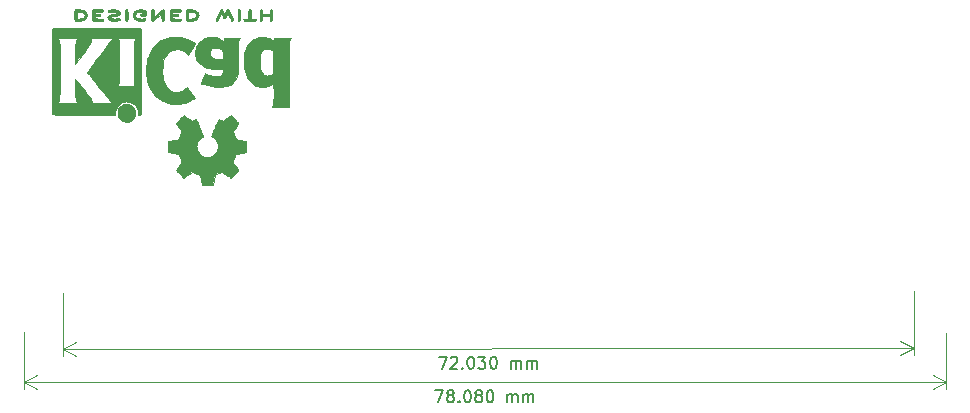
<source format=gbr>
G04 #@! TF.GenerationSoftware,KiCad,Pcbnew,5.1.5+dfsg1-2*
G04 #@! TF.CreationDate,2020-03-29T15:27:08+02:00*
G04 #@! TF.ProjectId,lownoise-pwr,6c6f776e-6f69-4736-952d-7077722e6b69,rev?*
G04 #@! TF.SameCoordinates,Original*
G04 #@! TF.FileFunction,Legend,Bot*
G04 #@! TF.FilePolarity,Positive*
%FSLAX46Y46*%
G04 Gerber Fmt 4.6, Leading zero omitted, Abs format (unit mm)*
G04 Created by KiCad (PCBNEW 5.1.5+dfsg1-2) date 2020-03-29 15:27:08*
%MOMM*%
%LPD*%
G04 APERTURE LIST*
%ADD10C,0.150000*%
%ADD11C,0.120000*%
%ADD12C,0.010000*%
G04 APERTURE END LIST*
D10*
X80780846Y-98773246D02*
X81447512Y-98772136D01*
X81020607Y-99772848D01*
X81781003Y-98866818D02*
X81828543Y-98819120D01*
X81923701Y-98771342D01*
X82161796Y-98770946D01*
X82257114Y-98818406D01*
X82304812Y-98865946D01*
X82352590Y-98961104D01*
X82352748Y-99056342D01*
X82305367Y-99199279D01*
X81734891Y-99771658D01*
X82353938Y-99770627D01*
X82782350Y-99674675D02*
X82830049Y-99722215D01*
X82782509Y-99769913D01*
X82734811Y-99722373D01*
X82782350Y-99674675D01*
X82782509Y-99769913D01*
X83447509Y-98768804D02*
X83542747Y-98768645D01*
X83638064Y-98816105D01*
X83685762Y-98863645D01*
X83733540Y-98958804D01*
X83781476Y-99149200D01*
X83781873Y-99387295D01*
X83734571Y-99577851D01*
X83687111Y-99673168D01*
X83639571Y-99720866D01*
X83544413Y-99768644D01*
X83449175Y-99768802D01*
X83353857Y-99721342D01*
X83306159Y-99673802D01*
X83258381Y-99578644D01*
X83210445Y-99388247D01*
X83210049Y-99150152D01*
X83257350Y-98959597D01*
X83304810Y-98864280D01*
X83352350Y-98816581D01*
X83447509Y-98768804D01*
X84114175Y-98767693D02*
X84733221Y-98766662D01*
X84400523Y-99148169D01*
X84543380Y-99147931D01*
X84638697Y-99195391D01*
X84686396Y-99242931D01*
X84734173Y-99338090D01*
X84734570Y-99576185D01*
X84687110Y-99671502D01*
X84639570Y-99719200D01*
X84544411Y-99766978D01*
X84258697Y-99767454D01*
X84163380Y-99719993D01*
X84115682Y-99672454D01*
X85352268Y-98765631D02*
X85447506Y-98765472D01*
X85542823Y-98812932D01*
X85590522Y-98860472D01*
X85638299Y-98955630D01*
X85686236Y-99146027D01*
X85686632Y-99384122D01*
X85639331Y-99574677D01*
X85591870Y-99669995D01*
X85544331Y-99717693D01*
X85449172Y-99765471D01*
X85353934Y-99765629D01*
X85258617Y-99718169D01*
X85210918Y-99670629D01*
X85163141Y-99575471D01*
X85115204Y-99385074D01*
X85114808Y-99146979D01*
X85162109Y-98956424D01*
X85209570Y-98861107D01*
X85257109Y-98813408D01*
X85352268Y-98765631D01*
X86877741Y-99763091D02*
X86876631Y-99096425D01*
X86876789Y-99191663D02*
X86924329Y-99143964D01*
X87019488Y-99096187D01*
X87162345Y-99095949D01*
X87257662Y-99143409D01*
X87305440Y-99238568D01*
X87306312Y-99762377D01*
X87305440Y-99238568D02*
X87352900Y-99143250D01*
X87448059Y-99095473D01*
X87590915Y-99095235D01*
X87686233Y-99142695D01*
X87734010Y-99237854D01*
X87734883Y-99761663D01*
X88211073Y-99760869D02*
X88209962Y-99094204D01*
X88210121Y-99189441D02*
X88257661Y-99141743D01*
X88352819Y-99093966D01*
X88495676Y-99093728D01*
X88590993Y-99141188D01*
X88638771Y-99236346D01*
X88639644Y-99760155D01*
X88638771Y-99236346D02*
X88686231Y-99141029D01*
X88781390Y-99093252D01*
X88924247Y-99093014D01*
X89019564Y-99140474D01*
X89067342Y-99235632D01*
X89068215Y-99759441D01*
D11*
X120985113Y-97983886D02*
X48955113Y-98103886D01*
X120977200Y-93234000D02*
X120986090Y-98570306D01*
X48947200Y-93354000D02*
X48956090Y-98690306D01*
X48955113Y-98103886D02*
X50080638Y-97515589D01*
X48955113Y-98103886D02*
X50082592Y-98688429D01*
X120985113Y-97983886D02*
X119857634Y-97399343D01*
X120985113Y-97983886D02*
X119859588Y-98572183D01*
D10*
X80494836Y-101609814D02*
X81161503Y-101610071D01*
X80732547Y-102609906D01*
X81685147Y-102038843D02*
X81589928Y-101991188D01*
X81542327Y-101943550D01*
X81494744Y-101848294D01*
X81494763Y-101800675D01*
X81542418Y-101705455D01*
X81590056Y-101657854D01*
X81685312Y-101610272D01*
X81875788Y-101610345D01*
X81971008Y-101658001D01*
X82018609Y-101705638D01*
X82066191Y-101800894D01*
X82066173Y-101848513D01*
X82018517Y-101943733D01*
X81970880Y-101991334D01*
X81875624Y-102038916D01*
X81685147Y-102038843D01*
X81589891Y-102086426D01*
X81542254Y-102134026D01*
X81494598Y-102229246D01*
X81494525Y-102419722D01*
X81542107Y-102514979D01*
X81589708Y-102562616D01*
X81684928Y-102610272D01*
X81875404Y-102610345D01*
X81970660Y-102562762D01*
X82018298Y-102515162D01*
X82065953Y-102419942D01*
X82066027Y-102229466D01*
X82018444Y-102134209D01*
X81970843Y-102086572D01*
X81875624Y-102038916D01*
X82494488Y-102515345D02*
X82542089Y-102562982D01*
X82494452Y-102610583D01*
X82446851Y-102562945D01*
X82494488Y-102515345D01*
X82494452Y-102610583D01*
X83161502Y-101610839D02*
X83256741Y-101610876D01*
X83351960Y-101658531D01*
X83399561Y-101706169D01*
X83447144Y-101801425D01*
X83494689Y-101991919D01*
X83494598Y-102230015D01*
X83446906Y-102420473D01*
X83399250Y-102515692D01*
X83351613Y-102563293D01*
X83256356Y-102610876D01*
X83161118Y-102610839D01*
X83065898Y-102563183D01*
X83018298Y-102515546D01*
X82970715Y-102420290D01*
X82923169Y-102229795D01*
X82923261Y-101991700D01*
X82970953Y-101801242D01*
X83018609Y-101706022D01*
X83066246Y-101658421D01*
X83161502Y-101610839D01*
X84066100Y-102039758D02*
X83970880Y-101992102D01*
X83923279Y-101944465D01*
X83875697Y-101849209D01*
X83875715Y-101801590D01*
X83923371Y-101706370D01*
X83971008Y-101658769D01*
X84066264Y-101611187D01*
X84256741Y-101611260D01*
X84351960Y-101658915D01*
X84399561Y-101706553D01*
X84447144Y-101801809D01*
X84447125Y-101849428D01*
X84399470Y-101944648D01*
X84351832Y-101992249D01*
X84256576Y-102039831D01*
X84066100Y-102039758D01*
X83970843Y-102087340D01*
X83923206Y-102134941D01*
X83875550Y-102230161D01*
X83875477Y-102420637D01*
X83923060Y-102515894D01*
X83970660Y-102563531D01*
X84065880Y-102611187D01*
X84256356Y-102611260D01*
X84351613Y-102563677D01*
X84399250Y-102516077D01*
X84446906Y-102420857D01*
X84446979Y-102230381D01*
X84399396Y-102135124D01*
X84351796Y-102087487D01*
X84256576Y-102039831D01*
X85066264Y-101611571D02*
X85161502Y-101611607D01*
X85256722Y-101659263D01*
X85304323Y-101706900D01*
X85351905Y-101802157D01*
X85399451Y-101992651D01*
X85399360Y-102230747D01*
X85351667Y-102421204D01*
X85304012Y-102516424D01*
X85256375Y-102564025D01*
X85161118Y-102611607D01*
X85065880Y-102611571D01*
X84970660Y-102563915D01*
X84923059Y-102516278D01*
X84875477Y-102421021D01*
X84827931Y-102230527D01*
X84828023Y-101992432D01*
X84875715Y-101801974D01*
X84923371Y-101706754D01*
X84971008Y-101659153D01*
X85066264Y-101611571D01*
X86589689Y-102612156D02*
X86589946Y-101945490D01*
X86589909Y-102040728D02*
X86637546Y-101993127D01*
X86732803Y-101945545D01*
X86875660Y-101945599D01*
X86970880Y-101993255D01*
X87018462Y-102088511D01*
X87018261Y-102612321D01*
X87018462Y-102088511D02*
X87066118Y-101993292D01*
X87161374Y-101945709D01*
X87304231Y-101945764D01*
X87399451Y-101993420D01*
X87447034Y-102088676D01*
X87446832Y-102612486D01*
X87923023Y-102612669D02*
X87923279Y-101946002D01*
X87923242Y-102041240D02*
X87970880Y-101993639D01*
X88066136Y-101946057D01*
X88208993Y-101946112D01*
X88304213Y-101993767D01*
X88351795Y-102089024D01*
X88351594Y-102612833D01*
X88351795Y-102089024D02*
X88399451Y-101993804D01*
X88494707Y-101946222D01*
X88637564Y-101946276D01*
X88732784Y-101993932D01*
X88780367Y-102089188D01*
X88780165Y-102612998D01*
D11*
X45645590Y-100874044D02*
X123725590Y-100904044D01*
X45647200Y-96684000D02*
X45645365Y-101460464D01*
X123727200Y-96714000D02*
X123725365Y-101490464D01*
X123725590Y-100904044D02*
X122598861Y-101490032D01*
X123725590Y-100904044D02*
X122599312Y-100317190D01*
X45645590Y-100874044D02*
X46771868Y-101460898D01*
X45645590Y-100874044D02*
X46772319Y-100288056D01*
D12*
G36*
X50140492Y-70323591D02*
G01*
X50193057Y-70323056D01*
X50347081Y-70319340D01*
X50476075Y-70308301D01*
X50584437Y-70288754D01*
X50676562Y-70259517D01*
X50756847Y-70219403D01*
X50829688Y-70167231D01*
X50855705Y-70144567D01*
X50898863Y-70091538D01*
X50937779Y-70019579D01*
X50967773Y-69939816D01*
X50984165Y-69863375D01*
X50985868Y-69835128D01*
X50975195Y-69756826D01*
X50946593Y-69671295D01*
X50905189Y-69590337D01*
X50856105Y-69525754D01*
X50848133Y-69517962D01*
X50780600Y-69463192D01*
X50706648Y-69420437D01*
X50622012Y-69388577D01*
X50522429Y-69366492D01*
X50403634Y-69353062D01*
X50261366Y-69347166D01*
X50196200Y-69346666D01*
X50113345Y-69347065D01*
X50055077Y-69348734D01*
X50015930Y-69352378D01*
X49990437Y-69358707D01*
X49973132Y-69368426D01*
X49963856Y-69376726D01*
X49955094Y-69386808D01*
X49948221Y-69399815D01*
X49943008Y-69419231D01*
X49939227Y-69448540D01*
X49936649Y-69491227D01*
X49935046Y-69550775D01*
X49934189Y-69630670D01*
X49933849Y-69734395D01*
X49933797Y-69835128D01*
X49933466Y-69969481D01*
X49933538Y-70076808D01*
X49934816Y-70128205D01*
X50129181Y-70128205D01*
X50129181Y-69542051D01*
X50253175Y-69542165D01*
X50327785Y-69544304D01*
X50405928Y-69549817D01*
X50471126Y-69557528D01*
X50473110Y-69557845D01*
X50578483Y-69583322D01*
X50660214Y-69623000D01*
X50722384Y-69679462D01*
X50761886Y-69740594D01*
X50786226Y-69808407D01*
X50784339Y-69872081D01*
X50756091Y-69940335D01*
X50700838Y-70010944D01*
X50624273Y-70063265D01*
X50524751Y-70098237D01*
X50458239Y-70110614D01*
X50382739Y-70119306D01*
X50302721Y-70125596D01*
X50234662Y-70128212D01*
X50230631Y-70128224D01*
X50129181Y-70128205D01*
X49934816Y-70128205D01*
X49935610Y-70160119D01*
X49941285Y-70222421D01*
X49952159Y-70266725D01*
X49969832Y-70296040D01*
X49995903Y-70313375D01*
X50031971Y-70321739D01*
X50079634Y-70324141D01*
X50140492Y-70323591D01*
G37*
X50140492Y-70323591D02*
X50193057Y-70323056D01*
X50347081Y-70319340D01*
X50476075Y-70308301D01*
X50584437Y-70288754D01*
X50676562Y-70259517D01*
X50756847Y-70219403D01*
X50829688Y-70167231D01*
X50855705Y-70144567D01*
X50898863Y-70091538D01*
X50937779Y-70019579D01*
X50967773Y-69939816D01*
X50984165Y-69863375D01*
X50985868Y-69835128D01*
X50975195Y-69756826D01*
X50946593Y-69671295D01*
X50905189Y-69590337D01*
X50856105Y-69525754D01*
X50848133Y-69517962D01*
X50780600Y-69463192D01*
X50706648Y-69420437D01*
X50622012Y-69388577D01*
X50522429Y-69366492D01*
X50403634Y-69353062D01*
X50261366Y-69347166D01*
X50196200Y-69346666D01*
X50113345Y-69347065D01*
X50055077Y-69348734D01*
X50015930Y-69352378D01*
X49990437Y-69358707D01*
X49973132Y-69368426D01*
X49963856Y-69376726D01*
X49955094Y-69386808D01*
X49948221Y-69399815D01*
X49943008Y-69419231D01*
X49939227Y-69448540D01*
X49936649Y-69491227D01*
X49935046Y-69550775D01*
X49934189Y-69630670D01*
X49933849Y-69734395D01*
X49933797Y-69835128D01*
X49933466Y-69969481D01*
X49933538Y-70076808D01*
X49934816Y-70128205D01*
X50129181Y-70128205D01*
X50129181Y-69542051D01*
X50253175Y-69542165D01*
X50327785Y-69544304D01*
X50405928Y-69549817D01*
X50471126Y-69557528D01*
X50473110Y-69557845D01*
X50578483Y-69583322D01*
X50660214Y-69623000D01*
X50722384Y-69679462D01*
X50761886Y-69740594D01*
X50786226Y-69808407D01*
X50784339Y-69872081D01*
X50756091Y-69940335D01*
X50700838Y-70010944D01*
X50624273Y-70063265D01*
X50524751Y-70098237D01*
X50458239Y-70110614D01*
X50382739Y-70119306D01*
X50302721Y-70125596D01*
X50234662Y-70128212D01*
X50230631Y-70128224D01*
X50129181Y-70128205D01*
X49934816Y-70128205D01*
X49935610Y-70160119D01*
X49941285Y-70222421D01*
X49952159Y-70266725D01*
X49969832Y-70296040D01*
X49995903Y-70313375D01*
X50031971Y-70321739D01*
X50079634Y-70324141D01*
X50140492Y-70323591D01*
G36*
X52015816Y-70323484D02*
G01*
X52108224Y-70322988D01*
X52177973Y-70321835D01*
X52228763Y-70319756D01*
X52264295Y-70316485D01*
X52288268Y-70311753D01*
X52304382Y-70305293D01*
X52316337Y-70296837D01*
X52320667Y-70292945D01*
X52346995Y-70251596D01*
X52351735Y-70204084D01*
X52334416Y-70161905D01*
X52326407Y-70153380D01*
X52313454Y-70145115D01*
X52292598Y-70138739D01*
X52259970Y-70133941D01*
X52211704Y-70130412D01*
X52143932Y-70127842D01*
X52052786Y-70125919D01*
X51969455Y-70124749D01*
X51639654Y-70120690D01*
X51630640Y-69947850D01*
X51854504Y-69947850D01*
X51951692Y-69947011D01*
X52022843Y-69943504D01*
X52071955Y-69935841D01*
X52103029Y-69922533D01*
X52120062Y-69902095D01*
X52127054Y-69873037D01*
X52128116Y-69846069D01*
X52124816Y-69812979D01*
X52112363Y-69788596D01*
X52086926Y-69771647D01*
X52044675Y-69760857D01*
X51981780Y-69754952D01*
X51894411Y-69752659D01*
X51846725Y-69752465D01*
X51632140Y-69752465D01*
X51632140Y-69542051D01*
X51962791Y-69542051D01*
X52071176Y-69541900D01*
X52153549Y-69541222D01*
X52213957Y-69539680D01*
X52256447Y-69536937D01*
X52285065Y-69532655D01*
X52303858Y-69526497D01*
X52316872Y-69518127D01*
X52323501Y-69511992D01*
X52346239Y-69476187D01*
X52353560Y-69444359D01*
X52343107Y-69405482D01*
X52323501Y-69376726D01*
X52313041Y-69367673D01*
X52299538Y-69360643D01*
X52279360Y-69355382D01*
X52248875Y-69351635D01*
X52204451Y-69349146D01*
X52142455Y-69347661D01*
X52059255Y-69346925D01*
X51951219Y-69346682D01*
X51895157Y-69346666D01*
X51775102Y-69346773D01*
X51681472Y-69347261D01*
X51610637Y-69348387D01*
X51558965Y-69350405D01*
X51522823Y-69353570D01*
X51498578Y-69358137D01*
X51482599Y-69364360D01*
X51471253Y-69372496D01*
X51466814Y-69376726D01*
X51458029Y-69386840D01*
X51451142Y-69399888D01*
X51445925Y-69419366D01*
X51442147Y-69448772D01*
X51439576Y-69491602D01*
X51437982Y-69551352D01*
X51437135Y-69631519D01*
X51436804Y-69735599D01*
X51436755Y-69832508D01*
X51436800Y-69956613D01*
X51437112Y-70054170D01*
X51437958Y-70128690D01*
X51439604Y-70183685D01*
X51442317Y-70222666D01*
X51446363Y-70249143D01*
X51452009Y-70266630D01*
X51459520Y-70278636D01*
X51469164Y-70288673D01*
X51471540Y-70290910D01*
X51483071Y-70300817D01*
X51496468Y-70308488D01*
X51515450Y-70314210D01*
X51543731Y-70318268D01*
X51585028Y-70320948D01*
X51643058Y-70322534D01*
X51721537Y-70323312D01*
X51824180Y-70323568D01*
X51897050Y-70323590D01*
X52015816Y-70323484D01*
G37*
X52015816Y-70323484D02*
X52108224Y-70322988D01*
X52177973Y-70321835D01*
X52228763Y-70319756D01*
X52264295Y-70316485D01*
X52288268Y-70311753D01*
X52304382Y-70305293D01*
X52316337Y-70296837D01*
X52320667Y-70292945D01*
X52346995Y-70251596D01*
X52351735Y-70204084D01*
X52334416Y-70161905D01*
X52326407Y-70153380D01*
X52313454Y-70145115D01*
X52292598Y-70138739D01*
X52259970Y-70133941D01*
X52211704Y-70130412D01*
X52143932Y-70127842D01*
X52052786Y-70125919D01*
X51969455Y-70124749D01*
X51639654Y-70120690D01*
X51630640Y-69947850D01*
X51854504Y-69947850D01*
X51951692Y-69947011D01*
X52022843Y-69943504D01*
X52071955Y-69935841D01*
X52103029Y-69922533D01*
X52120062Y-69902095D01*
X52127054Y-69873037D01*
X52128116Y-69846069D01*
X52124816Y-69812979D01*
X52112363Y-69788596D01*
X52086926Y-69771647D01*
X52044675Y-69760857D01*
X51981780Y-69754952D01*
X51894411Y-69752659D01*
X51846725Y-69752465D01*
X51632140Y-69752465D01*
X51632140Y-69542051D01*
X51962791Y-69542051D01*
X52071176Y-69541900D01*
X52153549Y-69541222D01*
X52213957Y-69539680D01*
X52256447Y-69536937D01*
X52285065Y-69532655D01*
X52303858Y-69526497D01*
X52316872Y-69518127D01*
X52323501Y-69511992D01*
X52346239Y-69476187D01*
X52353560Y-69444359D01*
X52343107Y-69405482D01*
X52323501Y-69376726D01*
X52313041Y-69367673D01*
X52299538Y-69360643D01*
X52279360Y-69355382D01*
X52248875Y-69351635D01*
X52204451Y-69349146D01*
X52142455Y-69347661D01*
X52059255Y-69346925D01*
X51951219Y-69346682D01*
X51895157Y-69346666D01*
X51775102Y-69346773D01*
X51681472Y-69347261D01*
X51610637Y-69348387D01*
X51558965Y-69350405D01*
X51522823Y-69353570D01*
X51498578Y-69358137D01*
X51482599Y-69364360D01*
X51471253Y-69372496D01*
X51466814Y-69376726D01*
X51458029Y-69386840D01*
X51451142Y-69399888D01*
X51445925Y-69419366D01*
X51442147Y-69448772D01*
X51439576Y-69491602D01*
X51437982Y-69551352D01*
X51437135Y-69631519D01*
X51436804Y-69735599D01*
X51436755Y-69832508D01*
X51436800Y-69956613D01*
X51437112Y-70054170D01*
X51437958Y-70128690D01*
X51439604Y-70183685D01*
X51442317Y-70222666D01*
X51446363Y-70249143D01*
X51452009Y-70266630D01*
X51459520Y-70278636D01*
X51469164Y-70288673D01*
X51471540Y-70290910D01*
X51483071Y-70300817D01*
X51496468Y-70308488D01*
X51515450Y-70314210D01*
X51543731Y-70318268D01*
X51585028Y-70320948D01*
X51643058Y-70322534D01*
X51721537Y-70323312D01*
X51824180Y-70323568D01*
X51897050Y-70323590D01*
X52015816Y-70323484D01*
G36*
X53375258Y-70321879D02*
G01*
X53474863Y-70314916D01*
X53567502Y-70304041D01*
X53647788Y-70289662D01*
X53710338Y-70272190D01*
X53749765Y-70252034D01*
X53755817Y-70246101D01*
X53776862Y-70200061D01*
X53770480Y-70152796D01*
X53737839Y-70112358D01*
X53736282Y-70111199D01*
X53717083Y-70098739D01*
X53697041Y-70092187D01*
X53669086Y-70091392D01*
X53626147Y-70096200D01*
X53561155Y-70106461D01*
X53555927Y-70107325D01*
X53459085Y-70119222D01*
X53354602Y-70125091D01*
X53249811Y-70125148D01*
X53152044Y-70119609D01*
X53068634Y-70108691D01*
X53006913Y-70092611D01*
X53002858Y-70090995D01*
X52958082Y-70065907D01*
X52942350Y-70040518D01*
X52954666Y-70015549D01*
X52994031Y-69991720D01*
X53059448Y-69969754D01*
X53149920Y-69950370D01*
X53210246Y-69941038D01*
X53335646Y-69923087D01*
X53435381Y-69906677D01*
X53513700Y-69890388D01*
X53574853Y-69872798D01*
X53623087Y-69852487D01*
X53662651Y-69828033D01*
X53697794Y-69798016D01*
X53726035Y-69768540D01*
X53759538Y-69727469D01*
X53776027Y-69692154D01*
X53781183Y-69648643D01*
X53781370Y-69632708D01*
X53777498Y-69579831D01*
X53762019Y-69540493D01*
X53735231Y-69505576D01*
X53680787Y-69452202D01*
X53620076Y-69411498D01*
X53548588Y-69382136D01*
X53461810Y-69362789D01*
X53355232Y-69352130D01*
X53224343Y-69348831D01*
X53202731Y-69348887D01*
X53115448Y-69350696D01*
X53028887Y-69354807D01*
X52952484Y-69360630D01*
X52895676Y-69367575D01*
X52891082Y-69368372D01*
X52834601Y-69381752D01*
X52786694Y-69398654D01*
X52759573Y-69414105D01*
X52734335Y-69454870D01*
X52732577Y-69502338D01*
X52754334Y-69544641D01*
X52759202Y-69549424D01*
X52779324Y-69563637D01*
X52804488Y-69569760D01*
X52843433Y-69568718D01*
X52890711Y-69563302D01*
X52943541Y-69558463D01*
X53017598Y-69554381D01*
X53104055Y-69551418D01*
X53194083Y-69549939D01*
X53217761Y-69549842D01*
X53308124Y-69550206D01*
X53374257Y-69551960D01*
X53421979Y-69555713D01*
X53457108Y-69562073D01*
X53485464Y-69571649D01*
X53502505Y-69579625D01*
X53539950Y-69601771D01*
X53563825Y-69621828D01*
X53567314Y-69627513D01*
X53559953Y-69650991D01*
X53524959Y-69673719D01*
X53464758Y-69694666D01*
X53381775Y-69712800D01*
X53357326Y-69716839D01*
X53229624Y-69736897D01*
X53127706Y-69753662D01*
X53047640Y-69768353D01*
X52985492Y-69782188D01*
X52937328Y-69796385D01*
X52899214Y-69812163D01*
X52867216Y-69830740D01*
X52837402Y-69853334D01*
X52805836Y-69881163D01*
X52795214Y-69890920D01*
X52757973Y-69927334D01*
X52738259Y-69956184D01*
X52730547Y-69989198D01*
X52729299Y-70030801D01*
X52743031Y-70112385D01*
X52784068Y-70181702D01*
X52852176Y-70238528D01*
X52947119Y-70282639D01*
X53014862Y-70302424D01*
X53088487Y-70315203D01*
X53176685Y-70322432D01*
X53274070Y-70324521D01*
X53375258Y-70321879D01*
G37*
X53375258Y-70321879D02*
X53474863Y-70314916D01*
X53567502Y-70304041D01*
X53647788Y-70289662D01*
X53710338Y-70272190D01*
X53749765Y-70252034D01*
X53755817Y-70246101D01*
X53776862Y-70200061D01*
X53770480Y-70152796D01*
X53737839Y-70112358D01*
X53736282Y-70111199D01*
X53717083Y-70098739D01*
X53697041Y-70092187D01*
X53669086Y-70091392D01*
X53626147Y-70096200D01*
X53561155Y-70106461D01*
X53555927Y-70107325D01*
X53459085Y-70119222D01*
X53354602Y-70125091D01*
X53249811Y-70125148D01*
X53152044Y-70119609D01*
X53068634Y-70108691D01*
X53006913Y-70092611D01*
X53002858Y-70090995D01*
X52958082Y-70065907D01*
X52942350Y-70040518D01*
X52954666Y-70015549D01*
X52994031Y-69991720D01*
X53059448Y-69969754D01*
X53149920Y-69950370D01*
X53210246Y-69941038D01*
X53335646Y-69923087D01*
X53435381Y-69906677D01*
X53513700Y-69890388D01*
X53574853Y-69872798D01*
X53623087Y-69852487D01*
X53662651Y-69828033D01*
X53697794Y-69798016D01*
X53726035Y-69768540D01*
X53759538Y-69727469D01*
X53776027Y-69692154D01*
X53781183Y-69648643D01*
X53781370Y-69632708D01*
X53777498Y-69579831D01*
X53762019Y-69540493D01*
X53735231Y-69505576D01*
X53680787Y-69452202D01*
X53620076Y-69411498D01*
X53548588Y-69382136D01*
X53461810Y-69362789D01*
X53355232Y-69352130D01*
X53224343Y-69348831D01*
X53202731Y-69348887D01*
X53115448Y-69350696D01*
X53028887Y-69354807D01*
X52952484Y-69360630D01*
X52895676Y-69367575D01*
X52891082Y-69368372D01*
X52834601Y-69381752D01*
X52786694Y-69398654D01*
X52759573Y-69414105D01*
X52734335Y-69454870D01*
X52732577Y-69502338D01*
X52754334Y-69544641D01*
X52759202Y-69549424D01*
X52779324Y-69563637D01*
X52804488Y-69569760D01*
X52843433Y-69568718D01*
X52890711Y-69563302D01*
X52943541Y-69558463D01*
X53017598Y-69554381D01*
X53104055Y-69551418D01*
X53194083Y-69549939D01*
X53217761Y-69549842D01*
X53308124Y-69550206D01*
X53374257Y-69551960D01*
X53421979Y-69555713D01*
X53457108Y-69562073D01*
X53485464Y-69571649D01*
X53502505Y-69579625D01*
X53539950Y-69601771D01*
X53563825Y-69621828D01*
X53567314Y-69627513D01*
X53559953Y-69650991D01*
X53524959Y-69673719D01*
X53464758Y-69694666D01*
X53381775Y-69712800D01*
X53357326Y-69716839D01*
X53229624Y-69736897D01*
X53127706Y-69753662D01*
X53047640Y-69768353D01*
X52985492Y-69782188D01*
X52937328Y-69796385D01*
X52899214Y-69812163D01*
X52867216Y-69830740D01*
X52837402Y-69853334D01*
X52805836Y-69881163D01*
X52795214Y-69890920D01*
X52757973Y-69927334D01*
X52738259Y-69956184D01*
X52730547Y-69989198D01*
X52729299Y-70030801D01*
X52743031Y-70112385D01*
X52784068Y-70181702D01*
X52852176Y-70238528D01*
X52947119Y-70282639D01*
X53014862Y-70302424D01*
X53088487Y-70315203D01*
X53176685Y-70322432D01*
X53274070Y-70324521D01*
X53375258Y-70321879D01*
G36*
X54397583Y-70293530D02*
G01*
X54406345Y-70283448D01*
X54413218Y-70270441D01*
X54418431Y-70251025D01*
X54422212Y-70221716D01*
X54424790Y-70179029D01*
X54426393Y-70119481D01*
X54427251Y-70039586D01*
X54427590Y-69935860D01*
X54427643Y-69835128D01*
X54427550Y-69710184D01*
X54427119Y-69611815D01*
X54426123Y-69536535D01*
X54424331Y-69480862D01*
X54421517Y-69441310D01*
X54417450Y-69414395D01*
X54411904Y-69396633D01*
X54404649Y-69384539D01*
X54397583Y-69376726D01*
X54353644Y-69350524D01*
X54306826Y-69352875D01*
X54264937Y-69381452D01*
X54255312Y-69392609D01*
X54247791Y-69405553D01*
X54242112Y-69423864D01*
X54238019Y-69451118D01*
X54235251Y-69490896D01*
X54233550Y-69546774D01*
X54232657Y-69622332D01*
X54232313Y-69721148D01*
X54232258Y-69833022D01*
X54232258Y-70249808D01*
X54269149Y-70286699D01*
X54314621Y-70317736D01*
X54358730Y-70318855D01*
X54397583Y-70293530D01*
G37*
X54397583Y-70293530D02*
X54406345Y-70283448D01*
X54413218Y-70270441D01*
X54418431Y-70251025D01*
X54422212Y-70221716D01*
X54424790Y-70179029D01*
X54426393Y-70119481D01*
X54427251Y-70039586D01*
X54427590Y-69935860D01*
X54427643Y-69835128D01*
X54427550Y-69710184D01*
X54427119Y-69611815D01*
X54426123Y-69536535D01*
X54424331Y-69480862D01*
X54421517Y-69441310D01*
X54417450Y-69414395D01*
X54411904Y-69396633D01*
X54404649Y-69384539D01*
X54397583Y-69376726D01*
X54353644Y-69350524D01*
X54306826Y-69352875D01*
X54264937Y-69381452D01*
X54255312Y-69392609D01*
X54247791Y-69405553D01*
X54242112Y-69423864D01*
X54238019Y-69451118D01*
X54235251Y-69490896D01*
X54233550Y-69546774D01*
X54232657Y-69622332D01*
X54232313Y-69721148D01*
X54232258Y-69833022D01*
X54232258Y-70249808D01*
X54269149Y-70286699D01*
X54314621Y-70317736D01*
X54358730Y-70318855D01*
X54397583Y-70293530D01*
G36*
X55693984Y-70316224D02*
G01*
X55785205Y-70300918D01*
X55855264Y-70277125D01*
X55900842Y-70245796D01*
X55913262Y-70227922D01*
X55925892Y-70186351D01*
X55917393Y-70148744D01*
X55890561Y-70113081D01*
X55848870Y-70096397D01*
X55788376Y-70097752D01*
X55741587Y-70106791D01*
X55637618Y-70124013D01*
X55531366Y-70125649D01*
X55412437Y-70111671D01*
X55379586Y-70105748D01*
X55269001Y-70074569D01*
X55182487Y-70028190D01*
X55120993Y-69967401D01*
X55085468Y-69892992D01*
X55078121Y-69854522D01*
X55082930Y-69776473D01*
X55113980Y-69707419D01*
X55168440Y-69648707D01*
X55243482Y-69601683D01*
X55336276Y-69567693D01*
X55443994Y-69548082D01*
X55563805Y-69544195D01*
X55692881Y-69557380D01*
X55700169Y-69558624D01*
X55751508Y-69568186D01*
X55779974Y-69577422D01*
X55792312Y-69591127D01*
X55795268Y-69614094D01*
X55795335Y-69626257D01*
X55795335Y-69677317D01*
X55704169Y-69677317D01*
X55623664Y-69682832D01*
X55568725Y-69700406D01*
X55536760Y-69731583D01*
X55525174Y-69777906D01*
X55525033Y-69783952D01*
X55531811Y-69823547D01*
X55555055Y-69851819D01*
X55598316Y-69870529D01*
X55665145Y-69881436D01*
X55729876Y-69885446D01*
X55823959Y-69887747D01*
X55892202Y-69884236D01*
X55938745Y-69871281D01*
X55967728Y-69845250D01*
X55983291Y-69802509D01*
X55989575Y-69739426D01*
X55990720Y-69656572D01*
X55988844Y-69564090D01*
X55983200Y-69501182D01*
X55973764Y-69467597D01*
X55971933Y-69464967D01*
X55920121Y-69423002D01*
X55844156Y-69389768D01*
X55748854Y-69365977D01*
X55639030Y-69352337D01*
X55519500Y-69349558D01*
X55395080Y-69358351D01*
X55321903Y-69369151D01*
X55207126Y-69401638D01*
X55100450Y-69454750D01*
X55011135Y-69523681D01*
X54997560Y-69537458D01*
X54953454Y-69595378D01*
X54913657Y-69667160D01*
X54882819Y-69742417D01*
X54865589Y-69810759D01*
X54863512Y-69837007D01*
X54872353Y-69891759D01*
X54895851Y-69959881D01*
X54929497Y-70031586D01*
X54968782Y-70097087D01*
X55003491Y-70140838D01*
X55084643Y-70205917D01*
X55189548Y-70257715D01*
X55314446Y-70295062D01*
X55455579Y-70316783D01*
X55584921Y-70322091D01*
X55693984Y-70316224D01*
G37*
X55693984Y-70316224D02*
X55785205Y-70300918D01*
X55855264Y-70277125D01*
X55900842Y-70245796D01*
X55913262Y-70227922D01*
X55925892Y-70186351D01*
X55917393Y-70148744D01*
X55890561Y-70113081D01*
X55848870Y-70096397D01*
X55788376Y-70097752D01*
X55741587Y-70106791D01*
X55637618Y-70124013D01*
X55531366Y-70125649D01*
X55412437Y-70111671D01*
X55379586Y-70105748D01*
X55269001Y-70074569D01*
X55182487Y-70028190D01*
X55120993Y-69967401D01*
X55085468Y-69892992D01*
X55078121Y-69854522D01*
X55082930Y-69776473D01*
X55113980Y-69707419D01*
X55168440Y-69648707D01*
X55243482Y-69601683D01*
X55336276Y-69567693D01*
X55443994Y-69548082D01*
X55563805Y-69544195D01*
X55692881Y-69557380D01*
X55700169Y-69558624D01*
X55751508Y-69568186D01*
X55779974Y-69577422D01*
X55792312Y-69591127D01*
X55795268Y-69614094D01*
X55795335Y-69626257D01*
X55795335Y-69677317D01*
X55704169Y-69677317D01*
X55623664Y-69682832D01*
X55568725Y-69700406D01*
X55536760Y-69731583D01*
X55525174Y-69777906D01*
X55525033Y-69783952D01*
X55531811Y-69823547D01*
X55555055Y-69851819D01*
X55598316Y-69870529D01*
X55665145Y-69881436D01*
X55729876Y-69885446D01*
X55823959Y-69887747D01*
X55892202Y-69884236D01*
X55938745Y-69871281D01*
X55967728Y-69845250D01*
X55983291Y-69802509D01*
X55989575Y-69739426D01*
X55990720Y-69656572D01*
X55988844Y-69564090D01*
X55983200Y-69501182D01*
X55973764Y-69467597D01*
X55971933Y-69464967D01*
X55920121Y-69423002D01*
X55844156Y-69389768D01*
X55748854Y-69365977D01*
X55639030Y-69352337D01*
X55519500Y-69349558D01*
X55395080Y-69358351D01*
X55321903Y-69369151D01*
X55207126Y-69401638D01*
X55100450Y-69454750D01*
X55011135Y-69523681D01*
X54997560Y-69537458D01*
X54953454Y-69595378D01*
X54913657Y-69667160D01*
X54882819Y-69742417D01*
X54865589Y-69810759D01*
X54863512Y-69837007D01*
X54872353Y-69891759D01*
X54895851Y-69959881D01*
X54929497Y-70031586D01*
X54968782Y-70097087D01*
X55003491Y-70140838D01*
X55084643Y-70205917D01*
X55189548Y-70257715D01*
X55314446Y-70295062D01*
X55455579Y-70316783D01*
X55584921Y-70322091D01*
X55693984Y-70316224D01*
G36*
X56559326Y-70317756D02*
G01*
X56590701Y-70299351D01*
X56631724Y-70269251D01*
X56684522Y-70226040D01*
X56751221Y-70168298D01*
X56833947Y-70094608D01*
X56934826Y-70003552D01*
X57050305Y-69898862D01*
X57290779Y-69680793D01*
X57298294Y-69973492D01*
X57301007Y-70074246D01*
X57303624Y-70149278D01*
X57306726Y-70202916D01*
X57310890Y-70239490D01*
X57316695Y-70263329D01*
X57324722Y-70278762D01*
X57335549Y-70290118D01*
X57341290Y-70294890D01*
X57387263Y-70320123D01*
X57431009Y-70316434D01*
X57465711Y-70294877D01*
X57501193Y-70266165D01*
X57505606Y-69846850D01*
X57506827Y-69723529D01*
X57507449Y-69626652D01*
X57507256Y-69552606D01*
X57506032Y-69497779D01*
X57503562Y-69458557D01*
X57499632Y-69431327D01*
X57494026Y-69412477D01*
X57486528Y-69398395D01*
X57478213Y-69387101D01*
X57460224Y-69366154D01*
X57442325Y-69352269D01*
X57422034Y-69346940D01*
X57396868Y-69351660D01*
X57364346Y-69367923D01*
X57321983Y-69397223D01*
X57267298Y-69441054D01*
X57197809Y-69500909D01*
X57111031Y-69578282D01*
X57012731Y-69667186D01*
X56659536Y-69987565D01*
X56652021Y-69695823D01*
X56649303Y-69595253D01*
X56646679Y-69520396D01*
X56643567Y-69466916D01*
X56639384Y-69430474D01*
X56633549Y-69406732D01*
X56625480Y-69391354D01*
X56614595Y-69380000D01*
X56609025Y-69375374D01*
X56559790Y-69349958D01*
X56513269Y-69353791D01*
X56472757Y-69386267D01*
X56463490Y-69399333D01*
X56456267Y-69414591D01*
X56450834Y-69435704D01*
X56446938Y-69466331D01*
X56444325Y-69510134D01*
X56442739Y-69570773D01*
X56441928Y-69651909D01*
X56441638Y-69757203D01*
X56441607Y-69835128D01*
X56441705Y-69957012D01*
X56442167Y-70052497D01*
X56443249Y-70125245D01*
X56445203Y-70178917D01*
X56448284Y-70217173D01*
X56452746Y-70243673D01*
X56458843Y-70262080D01*
X56466829Y-70276052D01*
X56472757Y-70283989D01*
X56487784Y-70302788D01*
X56501828Y-70316983D01*
X56517016Y-70325154D01*
X56535473Y-70325884D01*
X56559326Y-70317756D01*
G37*
X56559326Y-70317756D02*
X56590701Y-70299351D01*
X56631724Y-70269251D01*
X56684522Y-70226040D01*
X56751221Y-70168298D01*
X56833947Y-70094608D01*
X56934826Y-70003552D01*
X57050305Y-69898862D01*
X57290779Y-69680793D01*
X57298294Y-69973492D01*
X57301007Y-70074246D01*
X57303624Y-70149278D01*
X57306726Y-70202916D01*
X57310890Y-70239490D01*
X57316695Y-70263329D01*
X57324722Y-70278762D01*
X57335549Y-70290118D01*
X57341290Y-70294890D01*
X57387263Y-70320123D01*
X57431009Y-70316434D01*
X57465711Y-70294877D01*
X57501193Y-70266165D01*
X57505606Y-69846850D01*
X57506827Y-69723529D01*
X57507449Y-69626652D01*
X57507256Y-69552606D01*
X57506032Y-69497779D01*
X57503562Y-69458557D01*
X57499632Y-69431327D01*
X57494026Y-69412477D01*
X57486528Y-69398395D01*
X57478213Y-69387101D01*
X57460224Y-69366154D01*
X57442325Y-69352269D01*
X57422034Y-69346940D01*
X57396868Y-69351660D01*
X57364346Y-69367923D01*
X57321983Y-69397223D01*
X57267298Y-69441054D01*
X57197809Y-69500909D01*
X57111031Y-69578282D01*
X57012731Y-69667186D01*
X56659536Y-69987565D01*
X56652021Y-69695823D01*
X56649303Y-69595253D01*
X56646679Y-69520396D01*
X56643567Y-69466916D01*
X56639384Y-69430474D01*
X56633549Y-69406732D01*
X56625480Y-69391354D01*
X56614595Y-69380000D01*
X56609025Y-69375374D01*
X56559790Y-69349958D01*
X56513269Y-69353791D01*
X56472757Y-69386267D01*
X56463490Y-69399333D01*
X56456267Y-69414591D01*
X56450834Y-69435704D01*
X56446938Y-69466331D01*
X56444325Y-69510134D01*
X56442739Y-69570773D01*
X56441928Y-69651909D01*
X56441638Y-69757203D01*
X56441607Y-69835128D01*
X56441705Y-69957012D01*
X56442167Y-70052497D01*
X56443249Y-70125245D01*
X56445203Y-70178917D01*
X56448284Y-70217173D01*
X56452746Y-70243673D01*
X56458843Y-70262080D01*
X56466829Y-70276052D01*
X56472757Y-70283989D01*
X56487784Y-70302788D01*
X56501828Y-70316983D01*
X56517016Y-70325154D01*
X56535473Y-70325884D01*
X56559326Y-70317756D01*
G36*
X58596916Y-70323333D02*
G01*
X58698577Y-70322116D01*
X58776482Y-70319270D01*
X58833781Y-70314126D01*
X58873627Y-70306016D01*
X58899168Y-70294269D01*
X58913557Y-70278218D01*
X58919945Y-70257192D01*
X58921481Y-70230524D01*
X58921489Y-70227374D01*
X58920155Y-70197210D01*
X58913851Y-70173897D01*
X58899122Y-70156494D01*
X58872515Y-70144060D01*
X58830574Y-70135655D01*
X58769846Y-70130335D01*
X58686876Y-70127161D01*
X58578211Y-70125191D01*
X58544905Y-70124755D01*
X58222613Y-70120690D01*
X58218106Y-70034270D01*
X58213598Y-69947850D01*
X58437463Y-69947850D01*
X58524921Y-69947527D01*
X58587369Y-69946163D01*
X58629854Y-69943161D01*
X58657423Y-69937927D01*
X58675122Y-69929865D01*
X58687997Y-69918380D01*
X58688080Y-69918289D01*
X58711430Y-69873529D01*
X58710586Y-69825153D01*
X58686079Y-69783914D01*
X58681229Y-69779675D01*
X58664015Y-69768751D01*
X58640426Y-69761151D01*
X58605207Y-69756303D01*
X58553100Y-69753634D01*
X58478850Y-69752572D01*
X58431362Y-69752465D01*
X58215098Y-69752465D01*
X58215098Y-69542051D01*
X58543420Y-69542051D01*
X58651818Y-69541861D01*
X58734135Y-69541086D01*
X58794349Y-69539416D01*
X58836435Y-69536542D01*
X58864371Y-69532153D01*
X58882134Y-69525941D01*
X58893700Y-69517596D01*
X58896615Y-69514566D01*
X58918136Y-69472566D01*
X58919710Y-69424786D01*
X58902055Y-69383358D01*
X58888085Y-69370063D01*
X58873554Y-69362744D01*
X58851038Y-69357081D01*
X58816976Y-69352877D01*
X58767807Y-69349932D01*
X58699968Y-69348049D01*
X58609898Y-69347030D01*
X58494037Y-69346675D01*
X58467843Y-69346666D01*
X58350039Y-69346744D01*
X58258596Y-69347169D01*
X58189814Y-69348234D01*
X58139996Y-69350231D01*
X58105440Y-69353450D01*
X58082450Y-69358184D01*
X58067326Y-69364723D01*
X58056369Y-69373359D01*
X58050358Y-69379560D01*
X58041310Y-69390543D01*
X58034242Y-69404148D01*
X58028909Y-69423944D01*
X58025068Y-69453498D01*
X58022475Y-69496379D01*
X58020887Y-69556155D01*
X58020061Y-69636393D01*
X58019752Y-69740661D01*
X58019714Y-69828420D01*
X58019808Y-69951392D01*
X58020257Y-70047931D01*
X58021308Y-70121661D01*
X58023210Y-70176210D01*
X58026209Y-70215201D01*
X58030555Y-70242261D01*
X58036494Y-70261016D01*
X58044275Y-70275090D01*
X58050864Y-70283989D01*
X58082014Y-70323590D01*
X58468348Y-70323590D01*
X58596916Y-70323333D01*
G37*
X58596916Y-70323333D02*
X58698577Y-70322116D01*
X58776482Y-70319270D01*
X58833781Y-70314126D01*
X58873627Y-70306016D01*
X58899168Y-70294269D01*
X58913557Y-70278218D01*
X58919945Y-70257192D01*
X58921481Y-70230524D01*
X58921489Y-70227374D01*
X58920155Y-70197210D01*
X58913851Y-70173897D01*
X58899122Y-70156494D01*
X58872515Y-70144060D01*
X58830574Y-70135655D01*
X58769846Y-70130335D01*
X58686876Y-70127161D01*
X58578211Y-70125191D01*
X58544905Y-70124755D01*
X58222613Y-70120690D01*
X58218106Y-70034270D01*
X58213598Y-69947850D01*
X58437463Y-69947850D01*
X58524921Y-69947527D01*
X58587369Y-69946163D01*
X58629854Y-69943161D01*
X58657423Y-69937927D01*
X58675122Y-69929865D01*
X58687997Y-69918380D01*
X58688080Y-69918289D01*
X58711430Y-69873529D01*
X58710586Y-69825153D01*
X58686079Y-69783914D01*
X58681229Y-69779675D01*
X58664015Y-69768751D01*
X58640426Y-69761151D01*
X58605207Y-69756303D01*
X58553100Y-69753634D01*
X58478850Y-69752572D01*
X58431362Y-69752465D01*
X58215098Y-69752465D01*
X58215098Y-69542051D01*
X58543420Y-69542051D01*
X58651818Y-69541861D01*
X58734135Y-69541086D01*
X58794349Y-69539416D01*
X58836435Y-69536542D01*
X58864371Y-69532153D01*
X58882134Y-69525941D01*
X58893700Y-69517596D01*
X58896615Y-69514566D01*
X58918136Y-69472566D01*
X58919710Y-69424786D01*
X58902055Y-69383358D01*
X58888085Y-69370063D01*
X58873554Y-69362744D01*
X58851038Y-69357081D01*
X58816976Y-69352877D01*
X58767807Y-69349932D01*
X58699968Y-69348049D01*
X58609898Y-69347030D01*
X58494037Y-69346675D01*
X58467843Y-69346666D01*
X58350039Y-69346744D01*
X58258596Y-69347169D01*
X58189814Y-69348234D01*
X58139996Y-69350231D01*
X58105440Y-69353450D01*
X58082450Y-69358184D01*
X58067326Y-69364723D01*
X58056369Y-69373359D01*
X58050358Y-69379560D01*
X58041310Y-69390543D01*
X58034242Y-69404148D01*
X58028909Y-69423944D01*
X58025068Y-69453498D01*
X58022475Y-69496379D01*
X58020887Y-69556155D01*
X58020061Y-69636393D01*
X58019752Y-69740661D01*
X58019714Y-69828420D01*
X58019808Y-69951392D01*
X58020257Y-70047931D01*
X58021308Y-70121661D01*
X58023210Y-70176210D01*
X58026209Y-70215201D01*
X58030555Y-70242261D01*
X58036494Y-70261016D01*
X58044275Y-70275090D01*
X58050864Y-70283989D01*
X58082014Y-70323590D01*
X58468348Y-70323590D01*
X58596916Y-70323333D01*
G36*
X59645983Y-70323313D02*
G01*
X59817701Y-70317507D01*
X59963755Y-70299899D01*
X60086553Y-70269437D01*
X60188503Y-70225065D01*
X60272014Y-70165729D01*
X60339493Y-70090376D01*
X60393349Y-69997950D01*
X60394408Y-69995696D01*
X60426549Y-69912976D01*
X60438001Y-69839716D01*
X60428720Y-69765988D01*
X60398661Y-69681865D01*
X60392961Y-69669063D01*
X60354085Y-69594138D01*
X60310395Y-69536243D01*
X60254006Y-69487028D01*
X60177038Y-69438143D01*
X60172566Y-69435591D01*
X60105563Y-69403405D01*
X60029831Y-69379368D01*
X59940504Y-69362649D01*
X59832715Y-69352421D01*
X59701598Y-69347854D01*
X59655272Y-69347457D01*
X59434676Y-69346666D01*
X59403526Y-69386267D01*
X59394286Y-69399289D01*
X59387078Y-69414496D01*
X59381650Y-69435534D01*
X59377751Y-69466050D01*
X59375129Y-69509689D01*
X59374274Y-69542051D01*
X59582791Y-69542051D01*
X59707782Y-69542051D01*
X59780923Y-69544190D01*
X59856007Y-69549819D01*
X59917630Y-69557757D01*
X59921349Y-69558425D01*
X60030799Y-69587788D01*
X60115694Y-69631903D01*
X60178718Y-69692817D01*
X60222560Y-69772576D01*
X60230183Y-69793716D01*
X60237656Y-69826638D01*
X60234421Y-69859164D01*
X60218679Y-69902436D01*
X60209190Y-69923693D01*
X60178117Y-69980180D01*
X60140679Y-70019809D01*
X60099487Y-70047406D01*
X60016976Y-70083318D01*
X59911379Y-70109332D01*
X59788364Y-70124312D01*
X59699270Y-70127608D01*
X59582791Y-70128205D01*
X59582791Y-69542051D01*
X59374274Y-69542051D01*
X59373532Y-69570100D01*
X59372710Y-69650928D01*
X59372410Y-69755819D01*
X59372376Y-69837838D01*
X59372376Y-70249808D01*
X59409267Y-70286699D01*
X59425640Y-70301652D01*
X59443343Y-70311892D01*
X59468065Y-70318299D01*
X59505494Y-70321753D01*
X59561319Y-70323133D01*
X59641228Y-70323319D01*
X59645983Y-70323313D01*
G37*
X59645983Y-70323313D02*
X59817701Y-70317507D01*
X59963755Y-70299899D01*
X60086553Y-70269437D01*
X60188503Y-70225065D01*
X60272014Y-70165729D01*
X60339493Y-70090376D01*
X60393349Y-69997950D01*
X60394408Y-69995696D01*
X60426549Y-69912976D01*
X60438001Y-69839716D01*
X60428720Y-69765988D01*
X60398661Y-69681865D01*
X60392961Y-69669063D01*
X60354085Y-69594138D01*
X60310395Y-69536243D01*
X60254006Y-69487028D01*
X60177038Y-69438143D01*
X60172566Y-69435591D01*
X60105563Y-69403405D01*
X60029831Y-69379368D01*
X59940504Y-69362649D01*
X59832715Y-69352421D01*
X59701598Y-69347854D01*
X59655272Y-69347457D01*
X59434676Y-69346666D01*
X59403526Y-69386267D01*
X59394286Y-69399289D01*
X59387078Y-69414496D01*
X59381650Y-69435534D01*
X59377751Y-69466050D01*
X59375129Y-69509689D01*
X59374274Y-69542051D01*
X59582791Y-69542051D01*
X59707782Y-69542051D01*
X59780923Y-69544190D01*
X59856007Y-69549819D01*
X59917630Y-69557757D01*
X59921349Y-69558425D01*
X60030799Y-69587788D01*
X60115694Y-69631903D01*
X60178718Y-69692817D01*
X60222560Y-69772576D01*
X60230183Y-69793716D01*
X60237656Y-69826638D01*
X60234421Y-69859164D01*
X60218679Y-69902436D01*
X60209190Y-69923693D01*
X60178117Y-69980180D01*
X60140679Y-70019809D01*
X60099487Y-70047406D01*
X60016976Y-70083318D01*
X59911379Y-70109332D01*
X59788364Y-70124312D01*
X59699270Y-70127608D01*
X59582791Y-70128205D01*
X59582791Y-69542051D01*
X59374274Y-69542051D01*
X59373532Y-69570100D01*
X59372710Y-69650928D01*
X59372410Y-69755819D01*
X59372376Y-69837838D01*
X59372376Y-70249808D01*
X59409267Y-70286699D01*
X59425640Y-70301652D01*
X59443343Y-70311892D01*
X59468065Y-70318299D01*
X59505494Y-70321753D01*
X59561319Y-70323133D01*
X59641228Y-70323319D01*
X59645983Y-70323313D01*
G36*
X63275747Y-70320970D02*
G01*
X63301828Y-70311650D01*
X63302834Y-70311194D01*
X63338252Y-70284166D01*
X63357766Y-70256364D01*
X63361584Y-70243328D01*
X63361395Y-70226008D01*
X63356022Y-70201333D01*
X63344288Y-70166236D01*
X63325013Y-70117647D01*
X63297022Y-70052498D01*
X63259136Y-69967719D01*
X63210178Y-69860241D01*
X63183231Y-69801497D01*
X63134570Y-69696627D01*
X63088890Y-69600186D01*
X63047934Y-69515702D01*
X63013446Y-69446700D01*
X62987169Y-69396706D01*
X62970846Y-69369246D01*
X62967616Y-69365453D01*
X62926289Y-69348720D01*
X62879609Y-69350961D01*
X62842170Y-69371313D01*
X62840644Y-69372968D01*
X62825751Y-69395514D01*
X62800769Y-69439429D01*
X62768779Y-69499060D01*
X62732860Y-69568754D01*
X62719952Y-69594437D01*
X62622514Y-69789603D01*
X62516306Y-69577593D01*
X62478397Y-69504339D01*
X62443227Y-69440810D01*
X62413668Y-69391869D01*
X62392594Y-69362378D01*
X62385452Y-69356124D01*
X62329938Y-69347655D01*
X62284129Y-69365453D01*
X62270654Y-69384475D01*
X62247336Y-69426751D01*
X62216077Y-69488120D01*
X62178780Y-69564424D01*
X62137346Y-69651501D01*
X62093678Y-69745193D01*
X62049678Y-69841339D01*
X62007248Y-69935779D01*
X61968290Y-70024355D01*
X61934707Y-70102904D01*
X61908401Y-70167269D01*
X61891274Y-70213289D01*
X61885229Y-70236803D01*
X61885291Y-70237655D01*
X61900000Y-70267244D01*
X61929402Y-70297380D01*
X61931133Y-70298692D01*
X61967270Y-70319118D01*
X62000694Y-70318920D01*
X62013222Y-70315069D01*
X62028487Y-70306747D01*
X62044698Y-70290375D01*
X62063799Y-70262558D01*
X62087735Y-70219900D01*
X62118451Y-70159005D01*
X62157891Y-70076475D01*
X62193458Y-70000293D01*
X62234377Y-69911986D01*
X62271044Y-69832574D01*
X62301554Y-69766204D01*
X62324002Y-69717025D01*
X62336483Y-69689187D01*
X62338303Y-69684832D01*
X62346490Y-69691951D01*
X62365305Y-69721759D01*
X62392246Y-69769904D01*
X62424808Y-69832037D01*
X62437766Y-69857672D01*
X62481660Y-69944235D01*
X62515511Y-70007275D01*
X62542097Y-70050458D01*
X62564195Y-70077448D01*
X62584584Y-70091912D01*
X62606040Y-70097513D01*
X62620023Y-70098146D01*
X62644688Y-70095960D01*
X62666302Y-70086921D01*
X62687778Y-70067303D01*
X62712030Y-70033383D01*
X62741970Y-69981438D01*
X62780513Y-69907742D01*
X62801778Y-69865820D01*
X62836272Y-69799006D01*
X62866356Y-69743599D01*
X62889377Y-69704273D01*
X62902680Y-69685704D01*
X62904489Y-69684931D01*
X62913080Y-69699545D01*
X62932314Y-69737493D01*
X62960265Y-69794804D01*
X62995007Y-69867504D01*
X63034613Y-69951624D01*
X63054096Y-69993406D01*
X63104780Y-70101237D01*
X63145593Y-70184210D01*
X63178654Y-70245034D01*
X63206081Y-70286415D01*
X63229992Y-70311060D01*
X63252508Y-70321676D01*
X63275747Y-70320970D01*
G37*
X63275747Y-70320970D02*
X63301828Y-70311650D01*
X63302834Y-70311194D01*
X63338252Y-70284166D01*
X63357766Y-70256364D01*
X63361584Y-70243328D01*
X63361395Y-70226008D01*
X63356022Y-70201333D01*
X63344288Y-70166236D01*
X63325013Y-70117647D01*
X63297022Y-70052498D01*
X63259136Y-69967719D01*
X63210178Y-69860241D01*
X63183231Y-69801497D01*
X63134570Y-69696627D01*
X63088890Y-69600186D01*
X63047934Y-69515702D01*
X63013446Y-69446700D01*
X62987169Y-69396706D01*
X62970846Y-69369246D01*
X62967616Y-69365453D01*
X62926289Y-69348720D01*
X62879609Y-69350961D01*
X62842170Y-69371313D01*
X62840644Y-69372968D01*
X62825751Y-69395514D01*
X62800769Y-69439429D01*
X62768779Y-69499060D01*
X62732860Y-69568754D01*
X62719952Y-69594437D01*
X62622514Y-69789603D01*
X62516306Y-69577593D01*
X62478397Y-69504339D01*
X62443227Y-69440810D01*
X62413668Y-69391869D01*
X62392594Y-69362378D01*
X62385452Y-69356124D01*
X62329938Y-69347655D01*
X62284129Y-69365453D01*
X62270654Y-69384475D01*
X62247336Y-69426751D01*
X62216077Y-69488120D01*
X62178780Y-69564424D01*
X62137346Y-69651501D01*
X62093678Y-69745193D01*
X62049678Y-69841339D01*
X62007248Y-69935779D01*
X61968290Y-70024355D01*
X61934707Y-70102904D01*
X61908401Y-70167269D01*
X61891274Y-70213289D01*
X61885229Y-70236803D01*
X61885291Y-70237655D01*
X61900000Y-70267244D01*
X61929402Y-70297380D01*
X61931133Y-70298692D01*
X61967270Y-70319118D01*
X62000694Y-70318920D01*
X62013222Y-70315069D01*
X62028487Y-70306747D01*
X62044698Y-70290375D01*
X62063799Y-70262558D01*
X62087735Y-70219900D01*
X62118451Y-70159005D01*
X62157891Y-70076475D01*
X62193458Y-70000293D01*
X62234377Y-69911986D01*
X62271044Y-69832574D01*
X62301554Y-69766204D01*
X62324002Y-69717025D01*
X62336483Y-69689187D01*
X62338303Y-69684832D01*
X62346490Y-69691951D01*
X62365305Y-69721759D01*
X62392246Y-69769904D01*
X62424808Y-69832037D01*
X62437766Y-69857672D01*
X62481660Y-69944235D01*
X62515511Y-70007275D01*
X62542097Y-70050458D01*
X62564195Y-70077448D01*
X62584584Y-70091912D01*
X62606040Y-70097513D01*
X62620023Y-70098146D01*
X62644688Y-70095960D01*
X62666302Y-70086921D01*
X62687778Y-70067303D01*
X62712030Y-70033383D01*
X62741970Y-69981438D01*
X62780513Y-69907742D01*
X62801778Y-69865820D01*
X62836272Y-69799006D01*
X62866356Y-69743599D01*
X62889377Y-69704273D01*
X62902680Y-69685704D01*
X62904489Y-69684931D01*
X62913080Y-69699545D01*
X62932314Y-69737493D01*
X62960265Y-69794804D01*
X62995007Y-69867504D01*
X63034613Y-69951624D01*
X63054096Y-69993406D01*
X63104780Y-70101237D01*
X63145593Y-70184210D01*
X63178654Y-70245034D01*
X63206081Y-70286415D01*
X63229992Y-70311060D01*
X63252508Y-70321676D01*
X63275747Y-70320970D01*
G36*
X63866804Y-70314523D02*
G01*
X63898374Y-70294858D01*
X63933856Y-70266127D01*
X63933856Y-69838034D01*
X63933743Y-69712810D01*
X63933259Y-69614153D01*
X63932186Y-69538570D01*
X63930308Y-69482567D01*
X63927406Y-69442653D01*
X63923263Y-69415334D01*
X63917662Y-69397119D01*
X63910385Y-69384514D01*
X63905224Y-69378304D01*
X63863368Y-69351020D01*
X63815705Y-69352133D01*
X63773953Y-69375398D01*
X63738471Y-69404129D01*
X63738471Y-70266127D01*
X63773953Y-70294858D01*
X63808198Y-70315758D01*
X63836163Y-70323590D01*
X63866804Y-70314523D01*
G37*
X63866804Y-70314523D02*
X63898374Y-70294858D01*
X63933856Y-70266127D01*
X63933856Y-69838034D01*
X63933743Y-69712810D01*
X63933259Y-69614153D01*
X63932186Y-69538570D01*
X63930308Y-69482567D01*
X63927406Y-69442653D01*
X63923263Y-69415334D01*
X63917662Y-69397119D01*
X63910385Y-69384514D01*
X63905224Y-69378304D01*
X63863368Y-69351020D01*
X63815705Y-69352133D01*
X63773953Y-69375398D01*
X63738471Y-69404129D01*
X63738471Y-70266127D01*
X63773953Y-70294858D01*
X63808198Y-70315758D01*
X63836163Y-70323590D01*
X63866804Y-70314523D01*
G36*
X64897877Y-70323461D02*
G01*
X65002665Y-70322957D01*
X65083999Y-70321904D01*
X65145180Y-70320124D01*
X65189511Y-70317443D01*
X65220294Y-70313686D01*
X65240831Y-70308675D01*
X65254425Y-70302237D01*
X65261003Y-70297288D01*
X65295144Y-70253971D01*
X65299274Y-70208997D01*
X65278176Y-70168140D01*
X65264379Y-70151814D01*
X65249532Y-70140682D01*
X65228015Y-70133750D01*
X65194208Y-70130023D01*
X65142492Y-70128506D01*
X65067247Y-70128206D01*
X65052469Y-70128205D01*
X64858175Y-70128205D01*
X64858175Y-69767495D01*
X64858047Y-69653799D01*
X64857466Y-69566315D01*
X64856136Y-69501198D01*
X64853760Y-69454602D01*
X64850044Y-69422681D01*
X64844692Y-69401588D01*
X64837407Y-69387477D01*
X64828116Y-69376726D01*
X64784271Y-69350304D01*
X64738500Y-69352386D01*
X64696990Y-69382531D01*
X64693941Y-69386267D01*
X64684012Y-69400390D01*
X64676448Y-69416914D01*
X64670929Y-69439854D01*
X64667133Y-69473227D01*
X64664742Y-69521045D01*
X64663434Y-69587326D01*
X64662891Y-69676082D01*
X64662791Y-69777037D01*
X64662791Y-70128205D01*
X64477250Y-70128205D01*
X64397627Y-70128744D01*
X64342504Y-70130843D01*
X64306332Y-70135229D01*
X64283562Y-70142624D01*
X64268647Y-70153755D01*
X64266836Y-70155690D01*
X64245058Y-70199943D01*
X64246984Y-70249971D01*
X64272021Y-70293530D01*
X64281704Y-70301980D01*
X64294188Y-70308679D01*
X64312803Y-70313831D01*
X64340877Y-70317639D01*
X64381741Y-70320303D01*
X64438722Y-70322028D01*
X64515152Y-70323016D01*
X64614357Y-70323468D01*
X64739669Y-70323588D01*
X64766333Y-70323590D01*
X64897877Y-70323461D01*
G37*
X64897877Y-70323461D02*
X65002665Y-70322957D01*
X65083999Y-70321904D01*
X65145180Y-70320124D01*
X65189511Y-70317443D01*
X65220294Y-70313686D01*
X65240831Y-70308675D01*
X65254425Y-70302237D01*
X65261003Y-70297288D01*
X65295144Y-70253971D01*
X65299274Y-70208997D01*
X65278176Y-70168140D01*
X65264379Y-70151814D01*
X65249532Y-70140682D01*
X65228015Y-70133750D01*
X65194208Y-70130023D01*
X65142492Y-70128506D01*
X65067247Y-70128206D01*
X65052469Y-70128205D01*
X64858175Y-70128205D01*
X64858175Y-69767495D01*
X64858047Y-69653799D01*
X64857466Y-69566315D01*
X64856136Y-69501198D01*
X64853760Y-69454602D01*
X64850044Y-69422681D01*
X64844692Y-69401588D01*
X64837407Y-69387477D01*
X64828116Y-69376726D01*
X64784271Y-69350304D01*
X64738500Y-69352386D01*
X64696990Y-69382531D01*
X64693941Y-69386267D01*
X64684012Y-69400390D01*
X64676448Y-69416914D01*
X64670929Y-69439854D01*
X64667133Y-69473227D01*
X64664742Y-69521045D01*
X64663434Y-69587326D01*
X64662891Y-69676082D01*
X64662791Y-69777037D01*
X64662791Y-70128205D01*
X64477250Y-70128205D01*
X64397627Y-70128744D01*
X64342504Y-70130843D01*
X64306332Y-70135229D01*
X64283562Y-70142624D01*
X64268647Y-70153755D01*
X64266836Y-70155690D01*
X64245058Y-70199943D01*
X64246984Y-70249971D01*
X64272021Y-70293530D01*
X64281704Y-70301980D01*
X64294188Y-70308679D01*
X64312803Y-70313831D01*
X64340877Y-70317639D01*
X64381741Y-70320303D01*
X64438722Y-70322028D01*
X64515152Y-70323016D01*
X64614357Y-70323468D01*
X64739669Y-70323588D01*
X64766333Y-70323590D01*
X64897877Y-70323461D01*
G36*
X66583059Y-70316312D02*
G01*
X66624835Y-70286699D01*
X66661725Y-70249808D01*
X66661725Y-69837838D01*
X66661629Y-69715514D01*
X66661172Y-69619602D01*
X66660103Y-69546456D01*
X66658171Y-69492430D01*
X66655123Y-69453877D01*
X66650709Y-69427152D01*
X66644676Y-69408606D01*
X66636774Y-69394595D01*
X66630575Y-69386267D01*
X66589661Y-69353551D01*
X66542682Y-69350000D01*
X66499744Y-69370063D01*
X66485556Y-69381908D01*
X66476072Y-69397642D01*
X66470351Y-69422978D01*
X66467453Y-69463630D01*
X66466438Y-69525312D01*
X66466341Y-69572962D01*
X66466341Y-69752465D01*
X65805039Y-69752465D01*
X65805039Y-69589167D01*
X65804355Y-69514495D01*
X65801619Y-69463176D01*
X65795804Y-69428523D01*
X65785884Y-69403845D01*
X65773889Y-69386267D01*
X65732746Y-69353643D01*
X65686217Y-69349780D01*
X65641673Y-69372968D01*
X65629512Y-69385124D01*
X65620923Y-69401239D01*
X65615258Y-69426340D01*
X65611869Y-69465456D01*
X65610108Y-69523614D01*
X65609328Y-69605842D01*
X65609236Y-69624714D01*
X65608592Y-69779643D01*
X65608260Y-69907326D01*
X65608368Y-70010573D01*
X65609045Y-70092197D01*
X65610418Y-70155008D01*
X65612616Y-70201819D01*
X65615766Y-70235441D01*
X65619998Y-70258685D01*
X65625438Y-70274364D01*
X65632215Y-70285289D01*
X65639714Y-70293530D01*
X65682133Y-70319893D01*
X65726372Y-70316312D01*
X65768148Y-70286699D01*
X65785053Y-70267593D01*
X65795829Y-70246489D01*
X65801841Y-70216432D01*
X65804456Y-70170467D01*
X65805039Y-70101640D01*
X65805039Y-69947850D01*
X66466341Y-69947850D01*
X66466341Y-70105661D01*
X66467016Y-70178364D01*
X66469726Y-70227455D01*
X66475501Y-70259364D01*
X66485369Y-70280522D01*
X66496400Y-70293530D01*
X66538819Y-70319893D01*
X66583059Y-70316312D01*
G37*
X66583059Y-70316312D02*
X66624835Y-70286699D01*
X66661725Y-70249808D01*
X66661725Y-69837838D01*
X66661629Y-69715514D01*
X66661172Y-69619602D01*
X66660103Y-69546456D01*
X66658171Y-69492430D01*
X66655123Y-69453877D01*
X66650709Y-69427152D01*
X66644676Y-69408606D01*
X66636774Y-69394595D01*
X66630575Y-69386267D01*
X66589661Y-69353551D01*
X66542682Y-69350000D01*
X66499744Y-69370063D01*
X66485556Y-69381908D01*
X66476072Y-69397642D01*
X66470351Y-69422978D01*
X66467453Y-69463630D01*
X66466438Y-69525312D01*
X66466341Y-69572962D01*
X66466341Y-69752465D01*
X65805039Y-69752465D01*
X65805039Y-69589167D01*
X65804355Y-69514495D01*
X65801619Y-69463176D01*
X65795804Y-69428523D01*
X65785884Y-69403845D01*
X65773889Y-69386267D01*
X65732746Y-69353643D01*
X65686217Y-69349780D01*
X65641673Y-69372968D01*
X65629512Y-69385124D01*
X65620923Y-69401239D01*
X65615258Y-69426340D01*
X65611869Y-69465456D01*
X65610108Y-69523614D01*
X65609328Y-69605842D01*
X65609236Y-69624714D01*
X65608592Y-69779643D01*
X65608260Y-69907326D01*
X65608368Y-70010573D01*
X65609045Y-70092197D01*
X65610418Y-70155008D01*
X65612616Y-70201819D01*
X65615766Y-70235441D01*
X65619998Y-70258685D01*
X65625438Y-70274364D01*
X65632215Y-70285289D01*
X65639714Y-70293530D01*
X65682133Y-70319893D01*
X65726372Y-70316312D01*
X65768148Y-70286699D01*
X65785053Y-70267593D01*
X65795829Y-70246489D01*
X65801841Y-70216432D01*
X65804456Y-70170467D01*
X65805039Y-70101640D01*
X65805039Y-69947850D01*
X66466341Y-69947850D01*
X66466341Y-70105661D01*
X66467016Y-70178364D01*
X66469726Y-70227455D01*
X66475501Y-70259364D01*
X66485369Y-70280522D01*
X66496400Y-70293530D01*
X66538819Y-70319893D01*
X66583059Y-70316312D01*
G36*
X54512882Y-78846067D02*
G01*
X54649129Y-78798828D01*
X54775979Y-78724473D01*
X54889267Y-78623013D01*
X54984828Y-78494457D01*
X55027754Y-78413428D01*
X55064905Y-78300092D01*
X55082912Y-78169249D01*
X55080917Y-78034735D01*
X55058777Y-77912842D01*
X54998264Y-77763893D01*
X54910514Y-77634691D01*
X54799988Y-77527777D01*
X54671146Y-77445694D01*
X54528447Y-77390984D01*
X54376351Y-77366190D01*
X54219319Y-77373853D01*
X54141914Y-77390228D01*
X53991059Y-77448911D01*
X53857075Y-77538457D01*
X53743194Y-77656107D01*
X53652648Y-77799098D01*
X53644988Y-77814714D01*
X53618506Y-77873314D01*
X53601878Y-77922666D01*
X53592850Y-77974730D01*
X53589168Y-78041461D01*
X53588557Y-78114071D01*
X53589567Y-78201309D01*
X53594128Y-78264376D01*
X53604534Y-78315364D01*
X53623079Y-78366367D01*
X53645970Y-78416687D01*
X53731354Y-78559530D01*
X53836501Y-78675190D01*
X53957245Y-78763675D01*
X54089421Y-78824995D01*
X54228863Y-78859161D01*
X54371405Y-78866182D01*
X54512882Y-78846067D01*
G37*
X54512882Y-78846067D02*
X54649129Y-78798828D01*
X54775979Y-78724473D01*
X54889267Y-78623013D01*
X54984828Y-78494457D01*
X55027754Y-78413428D01*
X55064905Y-78300092D01*
X55082912Y-78169249D01*
X55080917Y-78034735D01*
X55058777Y-77912842D01*
X54998264Y-77763893D01*
X54910514Y-77634691D01*
X54799988Y-77527777D01*
X54671146Y-77445694D01*
X54528447Y-77390984D01*
X54376351Y-77366190D01*
X54219319Y-77373853D01*
X54141914Y-77390228D01*
X53991059Y-77448911D01*
X53857075Y-77538457D01*
X53743194Y-77656107D01*
X53652648Y-77799098D01*
X53644988Y-77814714D01*
X53618506Y-77873314D01*
X53601878Y-77922666D01*
X53592850Y-77974730D01*
X53589168Y-78041461D01*
X53588557Y-78114071D01*
X53589567Y-78201309D01*
X53594128Y-78264376D01*
X53604534Y-78315364D01*
X53623079Y-78366367D01*
X53645970Y-78416687D01*
X53731354Y-78559530D01*
X53836501Y-78675190D01*
X53957245Y-78763675D01*
X54089421Y-78824995D01*
X54228863Y-78859161D01*
X54371405Y-78866182D01*
X54512882Y-78846067D01*
G36*
X67156771Y-77629911D02*
G01*
X67311076Y-77629277D01*
X67363521Y-77628958D01*
X68084700Y-77624214D01*
X68093771Y-74857428D01*
X68094969Y-74482244D01*
X68096032Y-74141583D01*
X68097027Y-73833682D01*
X68098023Y-73556779D01*
X68099088Y-73309112D01*
X68100291Y-73088919D01*
X68101699Y-72894438D01*
X68103382Y-72723906D01*
X68105406Y-72575560D01*
X68107841Y-72447639D01*
X68110754Y-72338380D01*
X68114215Y-72246021D01*
X68118290Y-72168800D01*
X68123049Y-72104954D01*
X68128560Y-72052722D01*
X68134891Y-72010340D01*
X68142110Y-71976047D01*
X68150285Y-71948080D01*
X68159485Y-71924676D01*
X68169777Y-71904075D01*
X68181231Y-71884513D01*
X68193915Y-71864228D01*
X68207895Y-71841457D01*
X68210761Y-71836607D01*
X68258840Y-71754567D01*
X66869128Y-71764071D01*
X66860057Y-71916705D01*
X66855118Y-71989955D01*
X66849971Y-72032304D01*
X66842986Y-72049108D01*
X66832537Y-72045723D01*
X66823771Y-72036040D01*
X66785588Y-72000771D01*
X66723355Y-71955437D01*
X66645841Y-71905454D01*
X66561813Y-71856239D01*
X66480039Y-71813209D01*
X66417252Y-71784899D01*
X66270154Y-71738376D01*
X66101380Y-71705421D01*
X65923391Y-71687293D01*
X65748647Y-71685250D01*
X65589607Y-71700553D01*
X65586988Y-71700991D01*
X65369368Y-71755598D01*
X65165655Y-71842599D01*
X64977813Y-71960124D01*
X64807807Y-72106303D01*
X64657602Y-72279266D01*
X64529164Y-72477143D01*
X64424457Y-72698064D01*
X64367446Y-72861714D01*
X64329851Y-72998625D01*
X64301971Y-73131202D01*
X64282953Y-73267498D01*
X64271945Y-73415567D01*
X64268095Y-73583463D01*
X64269800Y-73720560D01*
X65608559Y-73720560D01*
X65614894Y-73490671D01*
X65634879Y-73292889D01*
X65669127Y-73125461D01*
X65718255Y-72986631D01*
X65782876Y-72874642D01*
X65863605Y-72787741D01*
X65956791Y-72726308D01*
X66005280Y-72703374D01*
X66047334Y-72689625D01*
X66094220Y-72683334D01*
X66157204Y-72682778D01*
X66225057Y-72685227D01*
X66358495Y-72696996D01*
X66464032Y-72720045D01*
X66497200Y-72731590D01*
X66572935Y-72765689D01*
X66652814Y-72808509D01*
X66687700Y-72829943D01*
X66778414Y-72889444D01*
X66778414Y-74775416D01*
X66678628Y-74835229D01*
X66539467Y-74902815D01*
X66397287Y-74942786D01*
X66257290Y-74955378D01*
X66124674Y-74940827D01*
X66004640Y-74899368D01*
X65902388Y-74831237D01*
X65869395Y-74798534D01*
X65789867Y-74691381D01*
X65725499Y-74561673D01*
X65675753Y-74407186D01*
X65640091Y-74225698D01*
X65617975Y-74014985D01*
X65608867Y-73772825D01*
X65608559Y-73720560D01*
X64269800Y-73720560D01*
X64270510Y-73777626D01*
X64285805Y-74076287D01*
X64316558Y-74345675D01*
X64363581Y-74589715D01*
X64427682Y-74812330D01*
X64509672Y-75017444D01*
X64538930Y-75078254D01*
X64656781Y-75276560D01*
X64799196Y-75452788D01*
X64962829Y-75604092D01*
X65144331Y-75727629D01*
X65340353Y-75820553D01*
X65457855Y-75858885D01*
X65573254Y-75881641D01*
X65712107Y-75895180D01*
X65862774Y-75899508D01*
X66013613Y-75894632D01*
X66152985Y-75880556D01*
X66264891Y-75858475D01*
X66398084Y-75815172D01*
X66527179Y-75759489D01*
X66640128Y-75697064D01*
X66700243Y-75654697D01*
X66741710Y-75623193D01*
X66770745Y-75604010D01*
X66777350Y-75601286D01*
X66779398Y-75618837D01*
X66781307Y-75669125D01*
X66783036Y-75748600D01*
X66784541Y-75853714D01*
X66785781Y-75980917D01*
X66786713Y-76126661D01*
X66787295Y-76287397D01*
X66787486Y-76451116D01*
X66787379Y-76660812D01*
X66786858Y-76837604D01*
X66785616Y-76984874D01*
X66783348Y-77106003D01*
X66779750Y-77204373D01*
X66774517Y-77283366D01*
X66767344Y-77346362D01*
X66757926Y-77396745D01*
X66745958Y-77437895D01*
X66731135Y-77473194D01*
X66713152Y-77506023D01*
X66691705Y-77539765D01*
X66688945Y-77543943D01*
X66661283Y-77587644D01*
X66644582Y-77617695D01*
X66642343Y-77624033D01*
X66659843Y-77626033D01*
X66709774Y-77627660D01*
X66788285Y-77628888D01*
X66891523Y-77629689D01*
X67015636Y-77630039D01*
X67156771Y-77629911D01*
G37*
X67156771Y-77629911D02*
X67311076Y-77629277D01*
X67363521Y-77628958D01*
X68084700Y-77624214D01*
X68093771Y-74857428D01*
X68094969Y-74482244D01*
X68096032Y-74141583D01*
X68097027Y-73833682D01*
X68098023Y-73556779D01*
X68099088Y-73309112D01*
X68100291Y-73088919D01*
X68101699Y-72894438D01*
X68103382Y-72723906D01*
X68105406Y-72575560D01*
X68107841Y-72447639D01*
X68110754Y-72338380D01*
X68114215Y-72246021D01*
X68118290Y-72168800D01*
X68123049Y-72104954D01*
X68128560Y-72052722D01*
X68134891Y-72010340D01*
X68142110Y-71976047D01*
X68150285Y-71948080D01*
X68159485Y-71924676D01*
X68169777Y-71904075D01*
X68181231Y-71884513D01*
X68193915Y-71864228D01*
X68207895Y-71841457D01*
X68210761Y-71836607D01*
X68258840Y-71754567D01*
X66869128Y-71764071D01*
X66860057Y-71916705D01*
X66855118Y-71989955D01*
X66849971Y-72032304D01*
X66842986Y-72049108D01*
X66832537Y-72045723D01*
X66823771Y-72036040D01*
X66785588Y-72000771D01*
X66723355Y-71955437D01*
X66645841Y-71905454D01*
X66561813Y-71856239D01*
X66480039Y-71813209D01*
X66417252Y-71784899D01*
X66270154Y-71738376D01*
X66101380Y-71705421D01*
X65923391Y-71687293D01*
X65748647Y-71685250D01*
X65589607Y-71700553D01*
X65586988Y-71700991D01*
X65369368Y-71755598D01*
X65165655Y-71842599D01*
X64977813Y-71960124D01*
X64807807Y-72106303D01*
X64657602Y-72279266D01*
X64529164Y-72477143D01*
X64424457Y-72698064D01*
X64367446Y-72861714D01*
X64329851Y-72998625D01*
X64301971Y-73131202D01*
X64282953Y-73267498D01*
X64271945Y-73415567D01*
X64268095Y-73583463D01*
X64269800Y-73720560D01*
X65608559Y-73720560D01*
X65614894Y-73490671D01*
X65634879Y-73292889D01*
X65669127Y-73125461D01*
X65718255Y-72986631D01*
X65782876Y-72874642D01*
X65863605Y-72787741D01*
X65956791Y-72726308D01*
X66005280Y-72703374D01*
X66047334Y-72689625D01*
X66094220Y-72683334D01*
X66157204Y-72682778D01*
X66225057Y-72685227D01*
X66358495Y-72696996D01*
X66464032Y-72720045D01*
X66497200Y-72731590D01*
X66572935Y-72765689D01*
X66652814Y-72808509D01*
X66687700Y-72829943D01*
X66778414Y-72889444D01*
X66778414Y-74775416D01*
X66678628Y-74835229D01*
X66539467Y-74902815D01*
X66397287Y-74942786D01*
X66257290Y-74955378D01*
X66124674Y-74940827D01*
X66004640Y-74899368D01*
X65902388Y-74831237D01*
X65869395Y-74798534D01*
X65789867Y-74691381D01*
X65725499Y-74561673D01*
X65675753Y-74407186D01*
X65640091Y-74225698D01*
X65617975Y-74014985D01*
X65608867Y-73772825D01*
X65608559Y-73720560D01*
X64269800Y-73720560D01*
X64270510Y-73777626D01*
X64285805Y-74076287D01*
X64316558Y-74345675D01*
X64363581Y-74589715D01*
X64427682Y-74812330D01*
X64509672Y-75017444D01*
X64538930Y-75078254D01*
X64656781Y-75276560D01*
X64799196Y-75452788D01*
X64962829Y-75604092D01*
X65144331Y-75727629D01*
X65340353Y-75820553D01*
X65457855Y-75858885D01*
X65573254Y-75881641D01*
X65712107Y-75895180D01*
X65862774Y-75899508D01*
X66013613Y-75894632D01*
X66152985Y-75880556D01*
X66264891Y-75858475D01*
X66398084Y-75815172D01*
X66527179Y-75759489D01*
X66640128Y-75697064D01*
X66700243Y-75654697D01*
X66741710Y-75623193D01*
X66770745Y-75604010D01*
X66777350Y-75601286D01*
X66779398Y-75618837D01*
X66781307Y-75669125D01*
X66783036Y-75748600D01*
X66784541Y-75853714D01*
X66785781Y-75980917D01*
X66786713Y-76126661D01*
X66787295Y-76287397D01*
X66787486Y-76451116D01*
X66787379Y-76660812D01*
X66786858Y-76837604D01*
X66785616Y-76984874D01*
X66783348Y-77106003D01*
X66779750Y-77204373D01*
X66774517Y-77283366D01*
X66767344Y-77346362D01*
X66757926Y-77396745D01*
X66745958Y-77437895D01*
X66731135Y-77473194D01*
X66713152Y-77506023D01*
X66691705Y-77539765D01*
X66688945Y-77543943D01*
X66661283Y-77587644D01*
X66644582Y-77617695D01*
X66642343Y-77624033D01*
X66659843Y-77626033D01*
X66709774Y-77627660D01*
X66788285Y-77628888D01*
X66891523Y-77629689D01*
X67015636Y-77630039D01*
X67156771Y-77629911D01*
G36*
X62300832Y-75902270D02*
G01*
X62390723Y-75895465D01*
X62647915Y-75861247D01*
X62875685Y-75806669D01*
X63075143Y-75730980D01*
X63247397Y-75633430D01*
X63393559Y-75513268D01*
X63514736Y-75369742D01*
X63612039Y-75202102D01*
X63683091Y-75020714D01*
X63701127Y-74962854D01*
X63716832Y-74908671D01*
X63730392Y-74855248D01*
X63741992Y-74799667D01*
X63751817Y-74739012D01*
X63760053Y-74670365D01*
X63766884Y-74590810D01*
X63772495Y-74497428D01*
X63777072Y-74387304D01*
X63780800Y-74257519D01*
X63783865Y-74105158D01*
X63786450Y-73927302D01*
X63788742Y-73721035D01*
X63790925Y-73483439D01*
X63792486Y-73297143D01*
X63802985Y-72018071D01*
X63871021Y-71894982D01*
X63903238Y-71835683D01*
X63927212Y-71789623D01*
X63938650Y-71765107D01*
X63939057Y-71763447D01*
X63921575Y-71761546D01*
X63871774Y-71759795D01*
X63793621Y-71758242D01*
X63691082Y-71756938D01*
X63568122Y-71755930D01*
X63428710Y-71755269D01*
X63276811Y-71755003D01*
X63258700Y-71755000D01*
X62578343Y-71755000D01*
X62578343Y-71909214D01*
X62577182Y-71978906D01*
X62574087Y-72032206D01*
X62569632Y-72060783D01*
X62567663Y-72063428D01*
X62549655Y-72052347D01*
X62512593Y-72023264D01*
X62464422Y-71982421D01*
X62463341Y-71981476D01*
X62375435Y-71916029D01*
X62264417Y-71850312D01*
X62142831Y-71790781D01*
X62023221Y-71743891D01*
X61970557Y-71727867D01*
X61865751Y-71707515D01*
X61737150Y-71694528D01*
X61596525Y-71689091D01*
X61455648Y-71691389D01*
X61326293Y-71701608D01*
X61235771Y-71716311D01*
X61013780Y-71781501D01*
X60813929Y-71874406D01*
X60637519Y-71993874D01*
X60485850Y-72138753D01*
X60360224Y-72307890D01*
X60261941Y-72500133D01*
X60219541Y-72616786D01*
X60192968Y-72730167D01*
X60175358Y-72866278D01*
X60167210Y-73012563D01*
X60167478Y-73033849D01*
X61394521Y-73033849D01*
X61404696Y-72925150D01*
X61438578Y-72834815D01*
X61501200Y-72751005D01*
X61525252Y-72726429D01*
X61610751Y-72659989D01*
X61709573Y-72617426D01*
X61827968Y-72596823D01*
X61952645Y-72595306D01*
X62070898Y-72605323D01*
X62161439Y-72624915D01*
X62200760Y-72639630D01*
X62271632Y-72679735D01*
X62346725Y-72736137D01*
X62415238Y-72799439D01*
X62466372Y-72860245D01*
X62479950Y-72882551D01*
X62490505Y-72913788D01*
X62498010Y-72963493D01*
X62502813Y-73036413D01*
X62505265Y-73137297D01*
X62505771Y-73233311D01*
X62505428Y-73345250D01*
X62504043Y-73426191D01*
X62501081Y-73481415D01*
X62496008Y-73516206D01*
X62488290Y-73535846D01*
X62477392Y-73545620D01*
X62474021Y-73547176D01*
X62444729Y-73551971D01*
X62386956Y-73555892D01*
X62308504Y-73558586D01*
X62217174Y-73559701D01*
X62197343Y-73559702D01*
X62075263Y-73557754D01*
X61980949Y-73551959D01*
X61906007Y-73541525D01*
X61844103Y-73526286D01*
X61690549Y-73468216D01*
X61570132Y-73396821D01*
X61481810Y-73310961D01*
X61424539Y-73209493D01*
X61397278Y-73091275D01*
X61394521Y-73033849D01*
X60167478Y-73033849D01*
X60169023Y-73156467D01*
X60181296Y-73285435D01*
X60190870Y-73337540D01*
X60252001Y-73531003D01*
X60344957Y-73709007D01*
X60467983Y-73869845D01*
X60619324Y-74011810D01*
X60797225Y-74133194D01*
X60999932Y-74232291D01*
X61172271Y-74292467D01*
X61287453Y-74324081D01*
X61397623Y-74348646D01*
X61509919Y-74366961D01*
X61631475Y-74379822D01*
X61769429Y-74388028D01*
X61930915Y-74392376D01*
X62076915Y-74393600D01*
X62509845Y-74394785D01*
X62501551Y-74524920D01*
X62478001Y-74666117D01*
X62427903Y-74787482D01*
X62353391Y-74885983D01*
X62256599Y-74958591D01*
X62171371Y-74994021D01*
X62049256Y-75016350D01*
X61903883Y-75019557D01*
X61742067Y-75004823D01*
X61570622Y-74973330D01*
X61396363Y-74926260D01*
X61226104Y-74864797D01*
X61102376Y-74808583D01*
X61042847Y-74779717D01*
X60997442Y-74759557D01*
X60974350Y-74751690D01*
X60973097Y-74751942D01*
X60965129Y-74769563D01*
X60945231Y-74816267D01*
X60915277Y-74887582D01*
X60877139Y-74979031D01*
X60832688Y-75086141D01*
X60787505Y-75195451D01*
X60606867Y-75633260D01*
X60735355Y-75654364D01*
X60791046Y-75664953D01*
X60874764Y-75682737D01*
X60979339Y-75706102D01*
X61097599Y-75733435D01*
X61222372Y-75763119D01*
X61272057Y-75775182D01*
X61487007Y-75825038D01*
X61675195Y-75862416D01*
X61843646Y-75888073D01*
X61999386Y-75902765D01*
X62149440Y-75907245D01*
X62300832Y-75902270D01*
G37*
X62300832Y-75902270D02*
X62390723Y-75895465D01*
X62647915Y-75861247D01*
X62875685Y-75806669D01*
X63075143Y-75730980D01*
X63247397Y-75633430D01*
X63393559Y-75513268D01*
X63514736Y-75369742D01*
X63612039Y-75202102D01*
X63683091Y-75020714D01*
X63701127Y-74962854D01*
X63716832Y-74908671D01*
X63730392Y-74855248D01*
X63741992Y-74799667D01*
X63751817Y-74739012D01*
X63760053Y-74670365D01*
X63766884Y-74590810D01*
X63772495Y-74497428D01*
X63777072Y-74387304D01*
X63780800Y-74257519D01*
X63783865Y-74105158D01*
X63786450Y-73927302D01*
X63788742Y-73721035D01*
X63790925Y-73483439D01*
X63792486Y-73297143D01*
X63802985Y-72018071D01*
X63871021Y-71894982D01*
X63903238Y-71835683D01*
X63927212Y-71789623D01*
X63938650Y-71765107D01*
X63939057Y-71763447D01*
X63921575Y-71761546D01*
X63871774Y-71759795D01*
X63793621Y-71758242D01*
X63691082Y-71756938D01*
X63568122Y-71755930D01*
X63428710Y-71755269D01*
X63276811Y-71755003D01*
X63258700Y-71755000D01*
X62578343Y-71755000D01*
X62578343Y-71909214D01*
X62577182Y-71978906D01*
X62574087Y-72032206D01*
X62569632Y-72060783D01*
X62567663Y-72063428D01*
X62549655Y-72052347D01*
X62512593Y-72023264D01*
X62464422Y-71982421D01*
X62463341Y-71981476D01*
X62375435Y-71916029D01*
X62264417Y-71850312D01*
X62142831Y-71790781D01*
X62023221Y-71743891D01*
X61970557Y-71727867D01*
X61865751Y-71707515D01*
X61737150Y-71694528D01*
X61596525Y-71689091D01*
X61455648Y-71691389D01*
X61326293Y-71701608D01*
X61235771Y-71716311D01*
X61013780Y-71781501D01*
X60813929Y-71874406D01*
X60637519Y-71993874D01*
X60485850Y-72138753D01*
X60360224Y-72307890D01*
X60261941Y-72500133D01*
X60219541Y-72616786D01*
X60192968Y-72730167D01*
X60175358Y-72866278D01*
X60167210Y-73012563D01*
X60167478Y-73033849D01*
X61394521Y-73033849D01*
X61404696Y-72925150D01*
X61438578Y-72834815D01*
X61501200Y-72751005D01*
X61525252Y-72726429D01*
X61610751Y-72659989D01*
X61709573Y-72617426D01*
X61827968Y-72596823D01*
X61952645Y-72595306D01*
X62070898Y-72605323D01*
X62161439Y-72624915D01*
X62200760Y-72639630D01*
X62271632Y-72679735D01*
X62346725Y-72736137D01*
X62415238Y-72799439D01*
X62466372Y-72860245D01*
X62479950Y-72882551D01*
X62490505Y-72913788D01*
X62498010Y-72963493D01*
X62502813Y-73036413D01*
X62505265Y-73137297D01*
X62505771Y-73233311D01*
X62505428Y-73345250D01*
X62504043Y-73426191D01*
X62501081Y-73481415D01*
X62496008Y-73516206D01*
X62488290Y-73535846D01*
X62477392Y-73545620D01*
X62474021Y-73547176D01*
X62444729Y-73551971D01*
X62386956Y-73555892D01*
X62308504Y-73558586D01*
X62217174Y-73559701D01*
X62197343Y-73559702D01*
X62075263Y-73557754D01*
X61980949Y-73551959D01*
X61906007Y-73541525D01*
X61844103Y-73526286D01*
X61690549Y-73468216D01*
X61570132Y-73396821D01*
X61481810Y-73310961D01*
X61424539Y-73209493D01*
X61397278Y-73091275D01*
X61394521Y-73033849D01*
X60167478Y-73033849D01*
X60169023Y-73156467D01*
X60181296Y-73285435D01*
X60190870Y-73337540D01*
X60252001Y-73531003D01*
X60344957Y-73709007D01*
X60467983Y-73869845D01*
X60619324Y-74011810D01*
X60797225Y-74133194D01*
X60999932Y-74232291D01*
X61172271Y-74292467D01*
X61287453Y-74324081D01*
X61397623Y-74348646D01*
X61509919Y-74366961D01*
X61631475Y-74379822D01*
X61769429Y-74388028D01*
X61930915Y-74392376D01*
X62076915Y-74393600D01*
X62509845Y-74394785D01*
X62501551Y-74524920D01*
X62478001Y-74666117D01*
X62427903Y-74787482D01*
X62353391Y-74885983D01*
X62256599Y-74958591D01*
X62171371Y-74994021D01*
X62049256Y-75016350D01*
X61903883Y-75019557D01*
X61742067Y-75004823D01*
X61570622Y-74973330D01*
X61396363Y-74926260D01*
X61226104Y-74864797D01*
X61102376Y-74808583D01*
X61042847Y-74779717D01*
X60997442Y-74759557D01*
X60974350Y-74751690D01*
X60973097Y-74751942D01*
X60965129Y-74769563D01*
X60945231Y-74816267D01*
X60915277Y-74887582D01*
X60877139Y-74979031D01*
X60832688Y-75086141D01*
X60787505Y-75195451D01*
X60606867Y-75633260D01*
X60735355Y-75654364D01*
X60791046Y-75664953D01*
X60874764Y-75682737D01*
X60979339Y-75706102D01*
X61097599Y-75733435D01*
X61222372Y-75763119D01*
X61272057Y-75775182D01*
X61487007Y-75825038D01*
X61675195Y-75862416D01*
X61843646Y-75888073D01*
X61999386Y-75902765D01*
X62149440Y-75907245D01*
X62300832Y-75902270D01*
G36*
X58696578Y-77360769D02*
G01*
X58892219Y-77339351D01*
X59081762Y-77301015D01*
X59272917Y-77243762D01*
X59473396Y-77165591D01*
X59690908Y-77064504D01*
X59730080Y-77044924D01*
X59819972Y-77000638D01*
X59904753Y-76960761D01*
X59976055Y-76929102D01*
X60025510Y-76909468D01*
X60033108Y-76906996D01*
X60105914Y-76885183D01*
X59780003Y-76411056D01*
X59700323Y-76295177D01*
X59627472Y-76189306D01*
X59563930Y-76097038D01*
X59512172Y-76021967D01*
X59474677Y-75967687D01*
X59453923Y-75937793D01*
X59450551Y-75933059D01*
X59436855Y-75942958D01*
X59403143Y-75972715D01*
X59355444Y-76016927D01*
X59329120Y-76041916D01*
X59179972Y-76160544D01*
X59012468Y-76250687D01*
X58868128Y-76300064D01*
X58781483Y-76315571D01*
X58672996Y-76325021D01*
X58555427Y-76328239D01*
X58441534Y-76325049D01*
X58344079Y-76315276D01*
X58305190Y-76307791D01*
X58129912Y-76247488D01*
X57971965Y-76155410D01*
X57831468Y-76031727D01*
X57708535Y-75876607D01*
X57603285Y-75690219D01*
X57515835Y-75472730D01*
X57446300Y-75224308D01*
X57404975Y-75011643D01*
X57394194Y-74917759D01*
X57386848Y-74796476D01*
X57382867Y-74656507D01*
X57382179Y-74506569D01*
X57384714Y-74355378D01*
X57390400Y-74211649D01*
X57399167Y-74084097D01*
X57410944Y-73981438D01*
X57413493Y-73965599D01*
X57469681Y-73710464D01*
X57546236Y-73484658D01*
X57643626Y-73287169D01*
X57762314Y-73116986D01*
X57846563Y-73024978D01*
X57997970Y-72900057D01*
X58164017Y-72807460D01*
X58341901Y-72747691D01*
X58528822Y-72721254D01*
X58721978Y-72728652D01*
X58918569Y-72770389D01*
X59034797Y-72811229D01*
X59195638Y-72893010D01*
X59361413Y-73010322D01*
X59454273Y-73089655D01*
X59506414Y-73135571D01*
X59547380Y-73169258D01*
X59570698Y-73185490D01*
X59573593Y-73185985D01*
X59584000Y-73169399D01*
X59610967Y-73125568D01*
X59652196Y-73058252D01*
X59705389Y-72971206D01*
X59768250Y-72868190D01*
X59838481Y-72752959D01*
X59877572Y-72688769D01*
X60176164Y-72198323D01*
X59803361Y-72014085D01*
X59668569Y-71947907D01*
X59559375Y-71895722D01*
X59469107Y-71854940D01*
X59391088Y-71822967D01*
X59318644Y-71797213D01*
X59245101Y-71775086D01*
X59163784Y-71753993D01*
X59085843Y-71735470D01*
X59016566Y-71721137D01*
X58944117Y-71710306D01*
X58861242Y-71702374D01*
X58760688Y-71696742D01*
X58635203Y-71692808D01*
X58550628Y-71691109D01*
X58429954Y-71689950D01*
X58314242Y-71690535D01*
X58211151Y-71692696D01*
X58128338Y-71696268D01*
X58073460Y-71701083D01*
X58070208Y-71701563D01*
X57785243Y-71763214D01*
X57517642Y-71856715D01*
X57267497Y-71982007D01*
X57034904Y-72139026D01*
X56819957Y-72327711D01*
X56622750Y-72548000D01*
X56479927Y-72743786D01*
X56327880Y-73000051D01*
X56204973Y-73270683D01*
X56110610Y-73557851D01*
X56044199Y-73863724D01*
X56005144Y-74190472D01*
X55992840Y-74522261D01*
X56002959Y-74843221D01*
X56034761Y-75139354D01*
X56089254Y-75415655D01*
X56167450Y-75677119D01*
X56270359Y-75928742D01*
X56282647Y-75954810D01*
X56418020Y-76198493D01*
X56584289Y-76430382D01*
X56776741Y-76645677D01*
X56990666Y-76839578D01*
X57221355Y-77007285D01*
X57436309Y-77130304D01*
X57653458Y-77226655D01*
X57871068Y-77296449D01*
X58097562Y-77341587D01*
X58341366Y-77363969D01*
X58487128Y-77367269D01*
X58696578Y-77360769D01*
G37*
X58696578Y-77360769D02*
X58892219Y-77339351D01*
X59081762Y-77301015D01*
X59272917Y-77243762D01*
X59473396Y-77165591D01*
X59690908Y-77064504D01*
X59730080Y-77044924D01*
X59819972Y-77000638D01*
X59904753Y-76960761D01*
X59976055Y-76929102D01*
X60025510Y-76909468D01*
X60033108Y-76906996D01*
X60105914Y-76885183D01*
X59780003Y-76411056D01*
X59700323Y-76295177D01*
X59627472Y-76189306D01*
X59563930Y-76097038D01*
X59512172Y-76021967D01*
X59474677Y-75967687D01*
X59453923Y-75937793D01*
X59450551Y-75933059D01*
X59436855Y-75942958D01*
X59403143Y-75972715D01*
X59355444Y-76016927D01*
X59329120Y-76041916D01*
X59179972Y-76160544D01*
X59012468Y-76250687D01*
X58868128Y-76300064D01*
X58781483Y-76315571D01*
X58672996Y-76325021D01*
X58555427Y-76328239D01*
X58441534Y-76325049D01*
X58344079Y-76315276D01*
X58305190Y-76307791D01*
X58129912Y-76247488D01*
X57971965Y-76155410D01*
X57831468Y-76031727D01*
X57708535Y-75876607D01*
X57603285Y-75690219D01*
X57515835Y-75472730D01*
X57446300Y-75224308D01*
X57404975Y-75011643D01*
X57394194Y-74917759D01*
X57386848Y-74796476D01*
X57382867Y-74656507D01*
X57382179Y-74506569D01*
X57384714Y-74355378D01*
X57390400Y-74211649D01*
X57399167Y-74084097D01*
X57410944Y-73981438D01*
X57413493Y-73965599D01*
X57469681Y-73710464D01*
X57546236Y-73484658D01*
X57643626Y-73287169D01*
X57762314Y-73116986D01*
X57846563Y-73024978D01*
X57997970Y-72900057D01*
X58164017Y-72807460D01*
X58341901Y-72747691D01*
X58528822Y-72721254D01*
X58721978Y-72728652D01*
X58918569Y-72770389D01*
X59034797Y-72811229D01*
X59195638Y-72893010D01*
X59361413Y-73010322D01*
X59454273Y-73089655D01*
X59506414Y-73135571D01*
X59547380Y-73169258D01*
X59570698Y-73185490D01*
X59573593Y-73185985D01*
X59584000Y-73169399D01*
X59610967Y-73125568D01*
X59652196Y-73058252D01*
X59705389Y-72971206D01*
X59768250Y-72868190D01*
X59838481Y-72752959D01*
X59877572Y-72688769D01*
X60176164Y-72198323D01*
X59803361Y-72014085D01*
X59668569Y-71947907D01*
X59559375Y-71895722D01*
X59469107Y-71854940D01*
X59391088Y-71822967D01*
X59318644Y-71797213D01*
X59245101Y-71775086D01*
X59163784Y-71753993D01*
X59085843Y-71735470D01*
X59016566Y-71721137D01*
X58944117Y-71710306D01*
X58861242Y-71702374D01*
X58760688Y-71696742D01*
X58635203Y-71692808D01*
X58550628Y-71691109D01*
X58429954Y-71689950D01*
X58314242Y-71690535D01*
X58211151Y-71692696D01*
X58128338Y-71696268D01*
X58073460Y-71701083D01*
X58070208Y-71701563D01*
X57785243Y-71763214D01*
X57517642Y-71856715D01*
X57267497Y-71982007D01*
X57034904Y-72139026D01*
X56819957Y-72327711D01*
X56622750Y-72548000D01*
X56479927Y-72743786D01*
X56327880Y-73000051D01*
X56204973Y-73270683D01*
X56110610Y-73557851D01*
X56044199Y-73863724D01*
X56005144Y-74190472D01*
X55992840Y-74522261D01*
X56002959Y-74843221D01*
X56034761Y-75139354D01*
X56089254Y-75415655D01*
X56167450Y-75677119D01*
X56270359Y-75928742D01*
X56282647Y-75954810D01*
X56418020Y-76198493D01*
X56584289Y-76430382D01*
X56776741Y-76645677D01*
X56990666Y-76839578D01*
X57221355Y-77007285D01*
X57436309Y-77130304D01*
X57653458Y-77226655D01*
X57871068Y-77296449D01*
X58097562Y-77341587D01*
X58341366Y-77363969D01*
X58487128Y-77367269D01*
X58696578Y-77360769D01*
G36*
X50245111Y-78268340D02*
G01*
X50594660Y-78268293D01*
X50757370Y-78268286D01*
X53361771Y-78268285D01*
X53361771Y-78114762D01*
X53378157Y-77927937D01*
X53427612Y-77755633D01*
X53510580Y-77596825D01*
X53627505Y-77450490D01*
X53667064Y-77410968D01*
X53809370Y-77298862D01*
X53966278Y-77217101D01*
X54133128Y-77165647D01*
X54305261Y-77144463D01*
X54478015Y-77153513D01*
X54646730Y-77192758D01*
X54806746Y-77262162D01*
X54953402Y-77361689D01*
X55019268Y-77421735D01*
X55142008Y-77568957D01*
X55232012Y-77730853D01*
X55288494Y-77905573D01*
X55310671Y-78091265D01*
X55310966Y-78109533D01*
X55312128Y-78268280D01*
X55381900Y-78268283D01*
X55443795Y-78259882D01*
X55500335Y-78239444D01*
X55504072Y-78237333D01*
X55516842Y-78230707D01*
X55528568Y-78225546D01*
X55539294Y-78220349D01*
X55549061Y-78213610D01*
X55557912Y-78203829D01*
X55565889Y-78189500D01*
X55573035Y-78169122D01*
X55579392Y-78141192D01*
X55585002Y-78104205D01*
X55589907Y-78056660D01*
X55594151Y-77997053D01*
X55597776Y-77923881D01*
X55600823Y-77835641D01*
X55603336Y-77730830D01*
X55605356Y-77607945D01*
X55606926Y-77465483D01*
X55608088Y-77301940D01*
X55608886Y-77115814D01*
X55609360Y-76905602D01*
X55609554Y-76669800D01*
X55609510Y-76406906D01*
X55609270Y-76115416D01*
X55608877Y-75793828D01*
X55608373Y-75440638D01*
X55607800Y-75054343D01*
X55607201Y-74633440D01*
X55607132Y-74582160D01*
X55606595Y-74158574D01*
X55606139Y-73769770D01*
X55605716Y-73414247D01*
X55605279Y-73090502D01*
X55604778Y-72797034D01*
X55604165Y-72532339D01*
X55603392Y-72294915D01*
X55602411Y-72083260D01*
X55601174Y-71895871D01*
X55599632Y-71731246D01*
X55597737Y-71587883D01*
X55595441Y-71464280D01*
X55592696Y-71358933D01*
X55589453Y-71270341D01*
X55585664Y-71197000D01*
X55581281Y-71137410D01*
X55576255Y-71090067D01*
X55570539Y-71053469D01*
X55564084Y-71026114D01*
X55556841Y-71006498D01*
X55548763Y-70993121D01*
X55539802Y-70984479D01*
X55529908Y-70979070D01*
X55519035Y-70975392D01*
X55507133Y-70971942D01*
X55494154Y-70967218D01*
X55490983Y-70965780D01*
X55481019Y-70962549D01*
X55464341Y-70959580D01*
X55439493Y-70956863D01*
X55405020Y-70954387D01*
X55359464Y-70952142D01*
X55301370Y-70950117D01*
X55229281Y-70948302D01*
X55141742Y-70946685D01*
X55037295Y-70945257D01*
X54914485Y-70944007D01*
X54771855Y-70942924D01*
X54607949Y-70941998D01*
X54421310Y-70941218D01*
X54210484Y-70940574D01*
X53974012Y-70940054D01*
X53710439Y-70939649D01*
X53418310Y-70939348D01*
X53096166Y-70939140D01*
X52742553Y-70939015D01*
X52356014Y-70938962D01*
X51935092Y-70938971D01*
X51798744Y-70938984D01*
X51368484Y-70939053D01*
X50973036Y-70939166D01*
X50610927Y-70939335D01*
X50280683Y-70939570D01*
X49980829Y-70939884D01*
X49709892Y-70940287D01*
X49466400Y-70940793D01*
X49248877Y-70941411D01*
X49055850Y-70942154D01*
X48885846Y-70943032D01*
X48737390Y-70944059D01*
X48609010Y-70945244D01*
X48499231Y-70946600D01*
X48406580Y-70948138D01*
X48329583Y-70949870D01*
X48266766Y-70951806D01*
X48216656Y-70953960D01*
X48177779Y-70956341D01*
X48148662Y-70958963D01*
X48127829Y-70961835D01*
X48113809Y-70964970D01*
X48106166Y-70967841D01*
X48092582Y-70973570D01*
X48080110Y-70977794D01*
X48068702Y-70982015D01*
X48058311Y-70987732D01*
X48048891Y-70996445D01*
X48040392Y-71009655D01*
X48032770Y-71028863D01*
X48025975Y-71055567D01*
X48019962Y-71091270D01*
X48014683Y-71137470D01*
X48010090Y-71195668D01*
X48006136Y-71267365D01*
X48002775Y-71354060D01*
X47999959Y-71457254D01*
X47997640Y-71578447D01*
X47995772Y-71719140D01*
X47995284Y-71773143D01*
X48479496Y-71773143D01*
X50190944Y-71773143D01*
X50158013Y-71823036D01*
X50125253Y-71874307D01*
X50097511Y-71923131D01*
X50074393Y-71972924D01*
X50055503Y-72027102D01*
X50040449Y-72089084D01*
X50028833Y-72162285D01*
X50020264Y-72250122D01*
X50014344Y-72356012D01*
X50010681Y-72483372D01*
X50008879Y-72635619D01*
X50008544Y-72816168D01*
X50009281Y-73028438D01*
X50009699Y-73107245D01*
X50014414Y-73952089D01*
X50549628Y-73223443D01*
X50701254Y-73016735D01*
X50832619Y-72836740D01*
X50945143Y-72681075D01*
X51040243Y-72547353D01*
X51119338Y-72433191D01*
X51183847Y-72336203D01*
X51235188Y-72254006D01*
X51274780Y-72184214D01*
X51304040Y-72124442D01*
X51324388Y-72072307D01*
X51337242Y-72025424D01*
X51344019Y-71981407D01*
X51346140Y-71937873D01*
X51345021Y-71892436D01*
X51344736Y-71886725D01*
X51338843Y-71773067D01*
X53214429Y-71773143D01*
X53074922Y-71913811D01*
X53037065Y-71952285D01*
X53001153Y-71989721D01*
X52965607Y-72028186D01*
X52928853Y-72069742D01*
X52889314Y-72116455D01*
X52845414Y-72170390D01*
X52795577Y-72233610D01*
X52738228Y-72308182D01*
X52671789Y-72396168D01*
X52594685Y-72499635D01*
X52505339Y-72620646D01*
X52402176Y-72761266D01*
X52283620Y-72923560D01*
X52148095Y-73109593D01*
X51994023Y-73321429D01*
X51867738Y-73495196D01*
X51709246Y-73713499D01*
X51570984Y-73904371D01*
X51451701Y-74069626D01*
X51350143Y-74211074D01*
X51265059Y-74330529D01*
X51195195Y-74429802D01*
X51139300Y-74510705D01*
X51096120Y-74575051D01*
X51064403Y-74624653D01*
X51042898Y-74661321D01*
X51030350Y-74686868D01*
X51025508Y-74703107D01*
X51026963Y-74711645D01*
X51044601Y-74734365D01*
X51082734Y-74782457D01*
X51139062Y-74853062D01*
X51211284Y-74943322D01*
X51297099Y-75050379D01*
X51394206Y-75171373D01*
X51500304Y-75303446D01*
X51613091Y-75443740D01*
X51730268Y-75589397D01*
X51849533Y-75737556D01*
X51915133Y-75819000D01*
X53543886Y-75819000D01*
X53611579Y-75696535D01*
X53679271Y-75574071D01*
X53679271Y-72018071D01*
X53611579Y-71895607D01*
X53543886Y-71773143D01*
X54344641Y-71773143D01*
X54535802Y-71773198D01*
X54693699Y-71773449D01*
X54821352Y-71774021D01*
X54921781Y-71775041D01*
X54998007Y-71776635D01*
X55053052Y-71778930D01*
X55089936Y-71782050D01*
X55111679Y-71786123D01*
X55121302Y-71791275D01*
X55121827Y-71797633D01*
X55116274Y-71805321D01*
X55116216Y-71805385D01*
X55093340Y-71838476D01*
X55063049Y-71892281D01*
X55036297Y-71945992D01*
X54985557Y-72054357D01*
X54980382Y-73936678D01*
X54975207Y-75819000D01*
X53543886Y-75819000D01*
X51915133Y-75819000D01*
X51968585Y-75885361D01*
X52085123Y-76029953D01*
X52196846Y-76168472D01*
X52301454Y-76298061D01*
X52396644Y-76415860D01*
X52480117Y-76519012D01*
X52549571Y-76604657D01*
X52602706Y-76669938D01*
X52633915Y-76708000D01*
X52755103Y-76850330D01*
X52871693Y-76978770D01*
X52979597Y-77089114D01*
X53074730Y-77177159D01*
X53142243Y-77231138D01*
X53222073Y-77288571D01*
X51386092Y-77288571D01*
X51386608Y-77180835D01*
X51381476Y-77101628D01*
X51362185Y-77028195D01*
X51332323Y-76958585D01*
X51312912Y-76919259D01*
X51292041Y-76880293D01*
X51267804Y-76839099D01*
X51238294Y-76793092D01*
X51201606Y-76739683D01*
X51155832Y-76676286D01*
X51099065Y-76600315D01*
X51029400Y-76509183D01*
X50944930Y-76400302D01*
X50843747Y-76271086D01*
X50723947Y-76118948D01*
X50583621Y-75941302D01*
X50567771Y-75921258D01*
X50014414Y-75221492D01*
X50009057Y-75996496D01*
X50007979Y-76228632D01*
X50008208Y-76425154D01*
X50009757Y-76586708D01*
X50012637Y-76713944D01*
X50016859Y-76807508D01*
X50022434Y-76868048D01*
X50024307Y-76879532D01*
X50053705Y-77000501D01*
X50092222Y-77109554D01*
X50136174Y-77197237D01*
X50162579Y-77234426D01*
X50208140Y-77288571D01*
X49343670Y-77288571D01*
X49137455Y-77288395D01*
X48965012Y-77287821D01*
X48823827Y-77286783D01*
X48711388Y-77285213D01*
X48625183Y-77283046D01*
X48562698Y-77280212D01*
X48521421Y-77276647D01*
X48498840Y-77272282D01*
X48492441Y-77267051D01*
X48492883Y-77265893D01*
X48511209Y-77238231D01*
X48541804Y-77194385D01*
X48557633Y-77172209D01*
X48573998Y-77150080D01*
X48588708Y-77130291D01*
X48601856Y-77110894D01*
X48613533Y-77089942D01*
X48623832Y-77065488D01*
X48632846Y-77035584D01*
X48640668Y-76998283D01*
X48647391Y-76951637D01*
X48653106Y-76893699D01*
X48657907Y-76822521D01*
X48661885Y-76736156D01*
X48665135Y-76632656D01*
X48667748Y-76510075D01*
X48669817Y-76366463D01*
X48671434Y-76199875D01*
X48672693Y-76008363D01*
X48673685Y-75789978D01*
X48674504Y-75542774D01*
X48675242Y-75264804D01*
X48675991Y-74954119D01*
X48676692Y-74668700D01*
X48677353Y-74350508D01*
X48677697Y-74046923D01*
X48677732Y-73759885D01*
X48677468Y-73491331D01*
X48676915Y-73243202D01*
X48676080Y-73017437D01*
X48674973Y-72815974D01*
X48673604Y-72640754D01*
X48671981Y-72493714D01*
X48670113Y-72376794D01*
X48668011Y-72291933D01*
X48665682Y-72241071D01*
X48665241Y-72235696D01*
X48649192Y-72112387D01*
X48624136Y-72013356D01*
X48585979Y-71926930D01*
X48530628Y-71841435D01*
X48523704Y-71832107D01*
X48479496Y-71773143D01*
X47995284Y-71773143D01*
X47994308Y-71880832D01*
X47993199Y-72065024D01*
X47992399Y-72273216D01*
X47991861Y-72506909D01*
X47991538Y-72767602D01*
X47991383Y-73056796D01*
X47991346Y-73375991D01*
X47991383Y-73726687D01*
X47991445Y-74110386D01*
X47991485Y-74528586D01*
X47991486Y-74611607D01*
X47991509Y-75034211D01*
X47991588Y-75422019D01*
X47991733Y-75776520D01*
X47991956Y-76099203D01*
X47992269Y-76391558D01*
X47992683Y-76655073D01*
X47993209Y-76891238D01*
X47993860Y-77101542D01*
X47994647Y-77287474D01*
X47995581Y-77450525D01*
X47996674Y-77592182D01*
X47997937Y-77713936D01*
X47999383Y-77817275D01*
X48001021Y-77903689D01*
X48002866Y-77974667D01*
X48004926Y-78031699D01*
X48007215Y-78076273D01*
X48009744Y-78109879D01*
X48012524Y-78134007D01*
X48015567Y-78150144D01*
X48018884Y-78159782D01*
X48019007Y-78160022D01*
X48025840Y-78174745D01*
X48031530Y-78188074D01*
X48037826Y-78200078D01*
X48046472Y-78210827D01*
X48059214Y-78220389D01*
X48077800Y-78228833D01*
X48103974Y-78236229D01*
X48139484Y-78242646D01*
X48186075Y-78248152D01*
X48245493Y-78252817D01*
X48319485Y-78256709D01*
X48409797Y-78259898D01*
X48518175Y-78262453D01*
X48646365Y-78264442D01*
X48796113Y-78265935D01*
X48969166Y-78267002D01*
X49167269Y-78267709D01*
X49392169Y-78268128D01*
X49645612Y-78268327D01*
X49929344Y-78268374D01*
X50245111Y-78268340D01*
G37*
X50245111Y-78268340D02*
X50594660Y-78268293D01*
X50757370Y-78268286D01*
X53361771Y-78268285D01*
X53361771Y-78114762D01*
X53378157Y-77927937D01*
X53427612Y-77755633D01*
X53510580Y-77596825D01*
X53627505Y-77450490D01*
X53667064Y-77410968D01*
X53809370Y-77298862D01*
X53966278Y-77217101D01*
X54133128Y-77165647D01*
X54305261Y-77144463D01*
X54478015Y-77153513D01*
X54646730Y-77192758D01*
X54806746Y-77262162D01*
X54953402Y-77361689D01*
X55019268Y-77421735D01*
X55142008Y-77568957D01*
X55232012Y-77730853D01*
X55288494Y-77905573D01*
X55310671Y-78091265D01*
X55310966Y-78109533D01*
X55312128Y-78268280D01*
X55381900Y-78268283D01*
X55443795Y-78259882D01*
X55500335Y-78239444D01*
X55504072Y-78237333D01*
X55516842Y-78230707D01*
X55528568Y-78225546D01*
X55539294Y-78220349D01*
X55549061Y-78213610D01*
X55557912Y-78203829D01*
X55565889Y-78189500D01*
X55573035Y-78169122D01*
X55579392Y-78141192D01*
X55585002Y-78104205D01*
X55589907Y-78056660D01*
X55594151Y-77997053D01*
X55597776Y-77923881D01*
X55600823Y-77835641D01*
X55603336Y-77730830D01*
X55605356Y-77607945D01*
X55606926Y-77465483D01*
X55608088Y-77301940D01*
X55608886Y-77115814D01*
X55609360Y-76905602D01*
X55609554Y-76669800D01*
X55609510Y-76406906D01*
X55609270Y-76115416D01*
X55608877Y-75793828D01*
X55608373Y-75440638D01*
X55607800Y-75054343D01*
X55607201Y-74633440D01*
X55607132Y-74582160D01*
X55606595Y-74158574D01*
X55606139Y-73769770D01*
X55605716Y-73414247D01*
X55605279Y-73090502D01*
X55604778Y-72797034D01*
X55604165Y-72532339D01*
X55603392Y-72294915D01*
X55602411Y-72083260D01*
X55601174Y-71895871D01*
X55599632Y-71731246D01*
X55597737Y-71587883D01*
X55595441Y-71464280D01*
X55592696Y-71358933D01*
X55589453Y-71270341D01*
X55585664Y-71197000D01*
X55581281Y-71137410D01*
X55576255Y-71090067D01*
X55570539Y-71053469D01*
X55564084Y-71026114D01*
X55556841Y-71006498D01*
X55548763Y-70993121D01*
X55539802Y-70984479D01*
X55529908Y-70979070D01*
X55519035Y-70975392D01*
X55507133Y-70971942D01*
X55494154Y-70967218D01*
X55490983Y-70965780D01*
X55481019Y-70962549D01*
X55464341Y-70959580D01*
X55439493Y-70956863D01*
X55405020Y-70954387D01*
X55359464Y-70952142D01*
X55301370Y-70950117D01*
X55229281Y-70948302D01*
X55141742Y-70946685D01*
X55037295Y-70945257D01*
X54914485Y-70944007D01*
X54771855Y-70942924D01*
X54607949Y-70941998D01*
X54421310Y-70941218D01*
X54210484Y-70940574D01*
X53974012Y-70940054D01*
X53710439Y-70939649D01*
X53418310Y-70939348D01*
X53096166Y-70939140D01*
X52742553Y-70939015D01*
X52356014Y-70938962D01*
X51935092Y-70938971D01*
X51798744Y-70938984D01*
X51368484Y-70939053D01*
X50973036Y-70939166D01*
X50610927Y-70939335D01*
X50280683Y-70939570D01*
X49980829Y-70939884D01*
X49709892Y-70940287D01*
X49466400Y-70940793D01*
X49248877Y-70941411D01*
X49055850Y-70942154D01*
X48885846Y-70943032D01*
X48737390Y-70944059D01*
X48609010Y-70945244D01*
X48499231Y-70946600D01*
X48406580Y-70948138D01*
X48329583Y-70949870D01*
X48266766Y-70951806D01*
X48216656Y-70953960D01*
X48177779Y-70956341D01*
X48148662Y-70958963D01*
X48127829Y-70961835D01*
X48113809Y-70964970D01*
X48106166Y-70967841D01*
X48092582Y-70973570D01*
X48080110Y-70977794D01*
X48068702Y-70982015D01*
X48058311Y-70987732D01*
X48048891Y-70996445D01*
X48040392Y-71009655D01*
X48032770Y-71028863D01*
X48025975Y-71055567D01*
X48019962Y-71091270D01*
X48014683Y-71137470D01*
X48010090Y-71195668D01*
X48006136Y-71267365D01*
X48002775Y-71354060D01*
X47999959Y-71457254D01*
X47997640Y-71578447D01*
X47995772Y-71719140D01*
X47995284Y-71773143D01*
X48479496Y-71773143D01*
X50190944Y-71773143D01*
X50158013Y-71823036D01*
X50125253Y-71874307D01*
X50097511Y-71923131D01*
X50074393Y-71972924D01*
X50055503Y-72027102D01*
X50040449Y-72089084D01*
X50028833Y-72162285D01*
X50020264Y-72250122D01*
X50014344Y-72356012D01*
X50010681Y-72483372D01*
X50008879Y-72635619D01*
X50008544Y-72816168D01*
X50009281Y-73028438D01*
X50009699Y-73107245D01*
X50014414Y-73952089D01*
X50549628Y-73223443D01*
X50701254Y-73016735D01*
X50832619Y-72836740D01*
X50945143Y-72681075D01*
X51040243Y-72547353D01*
X51119338Y-72433191D01*
X51183847Y-72336203D01*
X51235188Y-72254006D01*
X51274780Y-72184214D01*
X51304040Y-72124442D01*
X51324388Y-72072307D01*
X51337242Y-72025424D01*
X51344019Y-71981407D01*
X51346140Y-71937873D01*
X51345021Y-71892436D01*
X51344736Y-71886725D01*
X51338843Y-71773067D01*
X53214429Y-71773143D01*
X53074922Y-71913811D01*
X53037065Y-71952285D01*
X53001153Y-71989721D01*
X52965607Y-72028186D01*
X52928853Y-72069742D01*
X52889314Y-72116455D01*
X52845414Y-72170390D01*
X52795577Y-72233610D01*
X52738228Y-72308182D01*
X52671789Y-72396168D01*
X52594685Y-72499635D01*
X52505339Y-72620646D01*
X52402176Y-72761266D01*
X52283620Y-72923560D01*
X52148095Y-73109593D01*
X51994023Y-73321429D01*
X51867738Y-73495196D01*
X51709246Y-73713499D01*
X51570984Y-73904371D01*
X51451701Y-74069626D01*
X51350143Y-74211074D01*
X51265059Y-74330529D01*
X51195195Y-74429802D01*
X51139300Y-74510705D01*
X51096120Y-74575051D01*
X51064403Y-74624653D01*
X51042898Y-74661321D01*
X51030350Y-74686868D01*
X51025508Y-74703107D01*
X51026963Y-74711645D01*
X51044601Y-74734365D01*
X51082734Y-74782457D01*
X51139062Y-74853062D01*
X51211284Y-74943322D01*
X51297099Y-75050379D01*
X51394206Y-75171373D01*
X51500304Y-75303446D01*
X51613091Y-75443740D01*
X51730268Y-75589397D01*
X51849533Y-75737556D01*
X51915133Y-75819000D01*
X53543886Y-75819000D01*
X53611579Y-75696535D01*
X53679271Y-75574071D01*
X53679271Y-72018071D01*
X53611579Y-71895607D01*
X53543886Y-71773143D01*
X54344641Y-71773143D01*
X54535802Y-71773198D01*
X54693699Y-71773449D01*
X54821352Y-71774021D01*
X54921781Y-71775041D01*
X54998007Y-71776635D01*
X55053052Y-71778930D01*
X55089936Y-71782050D01*
X55111679Y-71786123D01*
X55121302Y-71791275D01*
X55121827Y-71797633D01*
X55116274Y-71805321D01*
X55116216Y-71805385D01*
X55093340Y-71838476D01*
X55063049Y-71892281D01*
X55036297Y-71945992D01*
X54985557Y-72054357D01*
X54980382Y-73936678D01*
X54975207Y-75819000D01*
X53543886Y-75819000D01*
X51915133Y-75819000D01*
X51968585Y-75885361D01*
X52085123Y-76029953D01*
X52196846Y-76168472D01*
X52301454Y-76298061D01*
X52396644Y-76415860D01*
X52480117Y-76519012D01*
X52549571Y-76604657D01*
X52602706Y-76669938D01*
X52633915Y-76708000D01*
X52755103Y-76850330D01*
X52871693Y-76978770D01*
X52979597Y-77089114D01*
X53074730Y-77177159D01*
X53142243Y-77231138D01*
X53222073Y-77288571D01*
X51386092Y-77288571D01*
X51386608Y-77180835D01*
X51381476Y-77101628D01*
X51362185Y-77028195D01*
X51332323Y-76958585D01*
X51312912Y-76919259D01*
X51292041Y-76880293D01*
X51267804Y-76839099D01*
X51238294Y-76793092D01*
X51201606Y-76739683D01*
X51155832Y-76676286D01*
X51099065Y-76600315D01*
X51029400Y-76509183D01*
X50944930Y-76400302D01*
X50843747Y-76271086D01*
X50723947Y-76118948D01*
X50583621Y-75941302D01*
X50567771Y-75921258D01*
X50014414Y-75221492D01*
X50009057Y-75996496D01*
X50007979Y-76228632D01*
X50008208Y-76425154D01*
X50009757Y-76586708D01*
X50012637Y-76713944D01*
X50016859Y-76807508D01*
X50022434Y-76868048D01*
X50024307Y-76879532D01*
X50053705Y-77000501D01*
X50092222Y-77109554D01*
X50136174Y-77197237D01*
X50162579Y-77234426D01*
X50208140Y-77288571D01*
X49343670Y-77288571D01*
X49137455Y-77288395D01*
X48965012Y-77287821D01*
X48823827Y-77286783D01*
X48711388Y-77285213D01*
X48625183Y-77283046D01*
X48562698Y-77280212D01*
X48521421Y-77276647D01*
X48498840Y-77272282D01*
X48492441Y-77267051D01*
X48492883Y-77265893D01*
X48511209Y-77238231D01*
X48541804Y-77194385D01*
X48557633Y-77172209D01*
X48573998Y-77150080D01*
X48588708Y-77130291D01*
X48601856Y-77110894D01*
X48613533Y-77089942D01*
X48623832Y-77065488D01*
X48632846Y-77035584D01*
X48640668Y-76998283D01*
X48647391Y-76951637D01*
X48653106Y-76893699D01*
X48657907Y-76822521D01*
X48661885Y-76736156D01*
X48665135Y-76632656D01*
X48667748Y-76510075D01*
X48669817Y-76366463D01*
X48671434Y-76199875D01*
X48672693Y-76008363D01*
X48673685Y-75789978D01*
X48674504Y-75542774D01*
X48675242Y-75264804D01*
X48675991Y-74954119D01*
X48676692Y-74668700D01*
X48677353Y-74350508D01*
X48677697Y-74046923D01*
X48677732Y-73759885D01*
X48677468Y-73491331D01*
X48676915Y-73243202D01*
X48676080Y-73017437D01*
X48674973Y-72815974D01*
X48673604Y-72640754D01*
X48671981Y-72493714D01*
X48670113Y-72376794D01*
X48668011Y-72291933D01*
X48665682Y-72241071D01*
X48665241Y-72235696D01*
X48649192Y-72112387D01*
X48624136Y-72013356D01*
X48585979Y-71926930D01*
X48530628Y-71841435D01*
X48523704Y-71832107D01*
X48479496Y-71773143D01*
X47995284Y-71773143D01*
X47994308Y-71880832D01*
X47993199Y-72065024D01*
X47992399Y-72273216D01*
X47991861Y-72506909D01*
X47991538Y-72767602D01*
X47991383Y-73056796D01*
X47991346Y-73375991D01*
X47991383Y-73726687D01*
X47991445Y-74110386D01*
X47991485Y-74528586D01*
X47991486Y-74611607D01*
X47991509Y-75034211D01*
X47991588Y-75422019D01*
X47991733Y-75776520D01*
X47991956Y-76099203D01*
X47992269Y-76391558D01*
X47992683Y-76655073D01*
X47993209Y-76891238D01*
X47993860Y-77101542D01*
X47994647Y-77287474D01*
X47995581Y-77450525D01*
X47996674Y-77592182D01*
X47997937Y-77713936D01*
X47999383Y-77817275D01*
X48001021Y-77903689D01*
X48002866Y-77974667D01*
X48004926Y-78031699D01*
X48007215Y-78076273D01*
X48009744Y-78109879D01*
X48012524Y-78134007D01*
X48015567Y-78150144D01*
X48018884Y-78159782D01*
X48019007Y-78160022D01*
X48025840Y-78174745D01*
X48031530Y-78188074D01*
X48037826Y-78200078D01*
X48046472Y-78210827D01*
X48059214Y-78220389D01*
X48077800Y-78228833D01*
X48103974Y-78236229D01*
X48139484Y-78242646D01*
X48186075Y-78248152D01*
X48245493Y-78252817D01*
X48319485Y-78256709D01*
X48409797Y-78259898D01*
X48518175Y-78262453D01*
X48646365Y-78264442D01*
X48796113Y-78265935D01*
X48969166Y-78267002D01*
X49167269Y-78267709D01*
X49392169Y-78268128D01*
X49645612Y-78268327D01*
X49929344Y-78268374D01*
X50245111Y-78268340D01*
G36*
X61719014Y-83811069D02*
G01*
X61802835Y-83366445D01*
X62112120Y-83238947D01*
X62421406Y-83111449D01*
X62792446Y-83363754D01*
X62896357Y-83434004D01*
X62990287Y-83496728D01*
X63069852Y-83549062D01*
X63130670Y-83588143D01*
X63168357Y-83611107D01*
X63178621Y-83616058D01*
X63197110Y-83603324D01*
X63236620Y-83568118D01*
X63292722Y-83514938D01*
X63360987Y-83448282D01*
X63436986Y-83372646D01*
X63516292Y-83292528D01*
X63594475Y-83212426D01*
X63667107Y-83136836D01*
X63729759Y-83070255D01*
X63778003Y-83017182D01*
X63807410Y-82982113D01*
X63814441Y-82970377D01*
X63804323Y-82948740D01*
X63775959Y-82901338D01*
X63732329Y-82832807D01*
X63676418Y-82747785D01*
X63611206Y-82650907D01*
X63573419Y-82595650D01*
X63504543Y-82494752D01*
X63443340Y-82403701D01*
X63392778Y-82327030D01*
X63355828Y-82269272D01*
X63335458Y-82234957D01*
X63332397Y-82227746D01*
X63339336Y-82207252D01*
X63358251Y-82159487D01*
X63386287Y-82091168D01*
X63420591Y-82009011D01*
X63458309Y-81919730D01*
X63496587Y-81830042D01*
X63532570Y-81746662D01*
X63563406Y-81676306D01*
X63586239Y-81625690D01*
X63598217Y-81601529D01*
X63598924Y-81600578D01*
X63617731Y-81595964D01*
X63667818Y-81585672D01*
X63743993Y-81570713D01*
X63841065Y-81552099D01*
X63953843Y-81530841D01*
X64019642Y-81518582D01*
X64140150Y-81495638D01*
X64248997Y-81473805D01*
X64340676Y-81454278D01*
X64409681Y-81438252D01*
X64450504Y-81426921D01*
X64458711Y-81423326D01*
X64466748Y-81398994D01*
X64473233Y-81344041D01*
X64478170Y-81264892D01*
X64481564Y-81167974D01*
X64483418Y-81059713D01*
X64483738Y-80946535D01*
X64482527Y-80834865D01*
X64479790Y-80731132D01*
X64475531Y-80641759D01*
X64469755Y-80573174D01*
X64462467Y-80531803D01*
X64458095Y-80523190D01*
X64431964Y-80512867D01*
X64376593Y-80498108D01*
X64299307Y-80480648D01*
X64207430Y-80462220D01*
X64175358Y-80456259D01*
X64020724Y-80427934D01*
X63898575Y-80405124D01*
X63804873Y-80386920D01*
X63735584Y-80372417D01*
X63686671Y-80360708D01*
X63654097Y-80350885D01*
X63633828Y-80342044D01*
X63621826Y-80333276D01*
X63620147Y-80331543D01*
X63603384Y-80303629D01*
X63577814Y-80249305D01*
X63545988Y-80175223D01*
X63510460Y-80088035D01*
X63473783Y-79994392D01*
X63438511Y-79900948D01*
X63407196Y-79814353D01*
X63382393Y-79741260D01*
X63366654Y-79688322D01*
X63362532Y-79662189D01*
X63362876Y-79661274D01*
X63376841Y-79639914D01*
X63408522Y-79592916D01*
X63454591Y-79525173D01*
X63511718Y-79441577D01*
X63576573Y-79347018D01*
X63595043Y-79320146D01*
X63660899Y-79222725D01*
X63718850Y-79133837D01*
X63765738Y-79058588D01*
X63798407Y-79002080D01*
X63813700Y-78969419D01*
X63814441Y-78965407D01*
X63801592Y-78944316D01*
X63766088Y-78902536D01*
X63712493Y-78844555D01*
X63645371Y-78774865D01*
X63569287Y-78697955D01*
X63488804Y-78618317D01*
X63408487Y-78540439D01*
X63332899Y-78468814D01*
X63266605Y-78407930D01*
X63214169Y-78362279D01*
X63180155Y-78336350D01*
X63170745Y-78332117D01*
X63148843Y-78342088D01*
X63104000Y-78368980D01*
X63043521Y-78408264D01*
X62996989Y-78439883D01*
X62912675Y-78497902D01*
X62812826Y-78566216D01*
X62712673Y-78634421D01*
X62658827Y-78670925D01*
X62476571Y-78794200D01*
X62323581Y-78711480D01*
X62253882Y-78675241D01*
X62194614Y-78647074D01*
X62154511Y-78631009D01*
X62144303Y-78628774D01*
X62132029Y-78645278D01*
X62107813Y-78691918D01*
X62073463Y-78764391D01*
X62030788Y-78858394D01*
X61981594Y-78969626D01*
X61927690Y-79093785D01*
X61870884Y-79226568D01*
X61812982Y-79363673D01*
X61755793Y-79500798D01*
X61701124Y-79633642D01*
X61650784Y-79757902D01*
X61606580Y-79869275D01*
X61570319Y-79963461D01*
X61543809Y-80036156D01*
X61528858Y-80083059D01*
X61526454Y-80099167D01*
X61545511Y-80119714D01*
X61587236Y-80153067D01*
X61642906Y-80192298D01*
X61647578Y-80195401D01*
X61791464Y-80310577D01*
X61907483Y-80444947D01*
X61994630Y-80594216D01*
X62051899Y-80754087D01*
X62078286Y-80920263D01*
X62072785Y-81088448D01*
X62034390Y-81254345D01*
X61962095Y-81413658D01*
X61940826Y-81448513D01*
X61830196Y-81589263D01*
X61699502Y-81702286D01*
X61553264Y-81786997D01*
X61396008Y-81842806D01*
X61232257Y-81869126D01*
X61066533Y-81865370D01*
X60903362Y-81830950D01*
X60747265Y-81765277D01*
X60602767Y-81667765D01*
X60558069Y-81628187D01*
X60444312Y-81504297D01*
X60361418Y-81373876D01*
X60304556Y-81227685D01*
X60272887Y-81082912D01*
X60265069Y-80920140D01*
X60291138Y-80756560D01*
X60348445Y-80597702D01*
X60434344Y-80449094D01*
X60546186Y-80316265D01*
X60681323Y-80204744D01*
X60699083Y-80192989D01*
X60755350Y-80154492D01*
X60798123Y-80121137D01*
X60818572Y-80099840D01*
X60818869Y-80099167D01*
X60814479Y-80076129D01*
X60797076Y-80023843D01*
X60768468Y-79946610D01*
X60730465Y-79848732D01*
X60684874Y-79734509D01*
X60633503Y-79608242D01*
X60578162Y-79474233D01*
X60520658Y-79336782D01*
X60462801Y-79200192D01*
X60406398Y-79068763D01*
X60353258Y-78946795D01*
X60305190Y-78838591D01*
X60264001Y-78748451D01*
X60231501Y-78680677D01*
X60209497Y-78639570D01*
X60200636Y-78628774D01*
X60173560Y-78637181D01*
X60122897Y-78659728D01*
X60057383Y-78692387D01*
X60021359Y-78711480D01*
X59868368Y-78794200D01*
X59686112Y-78670925D01*
X59593075Y-78607772D01*
X59491215Y-78538273D01*
X59395762Y-78472835D01*
X59347950Y-78439883D01*
X59280705Y-78394727D01*
X59223764Y-78358943D01*
X59184554Y-78337062D01*
X59171819Y-78332437D01*
X59153283Y-78344915D01*
X59112259Y-78379748D01*
X59052725Y-78433322D01*
X58978658Y-78502017D01*
X58894035Y-78582219D01*
X58840515Y-78633714D01*
X58746881Y-78725714D01*
X58665959Y-78808001D01*
X58601023Y-78877055D01*
X58555342Y-78929356D01*
X58532189Y-78961384D01*
X58529968Y-78967884D01*
X58540276Y-78992606D01*
X58568761Y-79042595D01*
X58612263Y-79112788D01*
X58667623Y-79198125D01*
X58731680Y-79293544D01*
X58749897Y-79320146D01*
X58816273Y-79416833D01*
X58875822Y-79503883D01*
X58925216Y-79576405D01*
X58961125Y-79629507D01*
X58980219Y-79658297D01*
X58982064Y-79661274D01*
X58979305Y-79684218D01*
X58964662Y-79734664D01*
X58940687Y-79805959D01*
X58909934Y-79891453D01*
X58874956Y-79984493D01*
X58838307Y-80078426D01*
X58802539Y-80166601D01*
X58770206Y-80242366D01*
X58743862Y-80299069D01*
X58726058Y-80330057D01*
X58724793Y-80331543D01*
X58713906Y-80340399D01*
X58695518Y-80349157D01*
X58665594Y-80358723D01*
X58620097Y-80370004D01*
X58554991Y-80383907D01*
X58466239Y-80401337D01*
X58349807Y-80423202D01*
X58201658Y-80450409D01*
X58169582Y-80456259D01*
X58074514Y-80474626D01*
X57991635Y-80492595D01*
X57928270Y-80508431D01*
X57891742Y-80520400D01*
X57886844Y-80523190D01*
X57878773Y-80547928D01*
X57872213Y-80603210D01*
X57867167Y-80682611D01*
X57863641Y-80779704D01*
X57861639Y-80888062D01*
X57861164Y-81001260D01*
X57862223Y-81112872D01*
X57864818Y-81216471D01*
X57868954Y-81305632D01*
X57874637Y-81373928D01*
X57881869Y-81414934D01*
X57886229Y-81423326D01*
X57910502Y-81431792D01*
X57965774Y-81445565D01*
X58046538Y-81463450D01*
X58147288Y-81484252D01*
X58262517Y-81506777D01*
X58325298Y-81518582D01*
X58444413Y-81540849D01*
X58550635Y-81561021D01*
X58638773Y-81578085D01*
X58703634Y-81591031D01*
X58740026Y-81598845D01*
X58746016Y-81600578D01*
X58756139Y-81620110D01*
X58777538Y-81667157D01*
X58807361Y-81734997D01*
X58842755Y-81816909D01*
X58880868Y-81906172D01*
X58918847Y-81996065D01*
X58953840Y-82079865D01*
X58982994Y-82150853D01*
X59003457Y-82202306D01*
X59012377Y-82227503D01*
X59012543Y-82228604D01*
X59002431Y-82248481D01*
X58974083Y-82294223D01*
X58930477Y-82361283D01*
X58874594Y-82445116D01*
X58809413Y-82541174D01*
X58771521Y-82596350D01*
X58702475Y-82697519D01*
X58641150Y-82789370D01*
X58590537Y-82867256D01*
X58553629Y-82926531D01*
X58533418Y-82962549D01*
X58530499Y-82970623D01*
X58543047Y-82989416D01*
X58577737Y-83029543D01*
X58630137Y-83086507D01*
X58695816Y-83155815D01*
X58770344Y-83232969D01*
X58849287Y-83313475D01*
X58928217Y-83392837D01*
X59002700Y-83466560D01*
X59068306Y-83530148D01*
X59120604Y-83579106D01*
X59155161Y-83608939D01*
X59166722Y-83616058D01*
X59185546Y-83606047D01*
X59230569Y-83577922D01*
X59297413Y-83534546D01*
X59381701Y-83478782D01*
X59479056Y-83413494D01*
X59552493Y-83363754D01*
X59923533Y-83111449D01*
X60542105Y-83366445D01*
X60625925Y-83811069D01*
X60709746Y-84255693D01*
X61635194Y-84255693D01*
X61719014Y-83811069D01*
G37*
X61719014Y-83811069D02*
X61802835Y-83366445D01*
X62112120Y-83238947D01*
X62421406Y-83111449D01*
X62792446Y-83363754D01*
X62896357Y-83434004D01*
X62990287Y-83496728D01*
X63069852Y-83549062D01*
X63130670Y-83588143D01*
X63168357Y-83611107D01*
X63178621Y-83616058D01*
X63197110Y-83603324D01*
X63236620Y-83568118D01*
X63292722Y-83514938D01*
X63360987Y-83448282D01*
X63436986Y-83372646D01*
X63516292Y-83292528D01*
X63594475Y-83212426D01*
X63667107Y-83136836D01*
X63729759Y-83070255D01*
X63778003Y-83017182D01*
X63807410Y-82982113D01*
X63814441Y-82970377D01*
X63804323Y-82948740D01*
X63775959Y-82901338D01*
X63732329Y-82832807D01*
X63676418Y-82747785D01*
X63611206Y-82650907D01*
X63573419Y-82595650D01*
X63504543Y-82494752D01*
X63443340Y-82403701D01*
X63392778Y-82327030D01*
X63355828Y-82269272D01*
X63335458Y-82234957D01*
X63332397Y-82227746D01*
X63339336Y-82207252D01*
X63358251Y-82159487D01*
X63386287Y-82091168D01*
X63420591Y-82009011D01*
X63458309Y-81919730D01*
X63496587Y-81830042D01*
X63532570Y-81746662D01*
X63563406Y-81676306D01*
X63586239Y-81625690D01*
X63598217Y-81601529D01*
X63598924Y-81600578D01*
X63617731Y-81595964D01*
X63667818Y-81585672D01*
X63743993Y-81570713D01*
X63841065Y-81552099D01*
X63953843Y-81530841D01*
X64019642Y-81518582D01*
X64140150Y-81495638D01*
X64248997Y-81473805D01*
X64340676Y-81454278D01*
X64409681Y-81438252D01*
X64450504Y-81426921D01*
X64458711Y-81423326D01*
X64466748Y-81398994D01*
X64473233Y-81344041D01*
X64478170Y-81264892D01*
X64481564Y-81167974D01*
X64483418Y-81059713D01*
X64483738Y-80946535D01*
X64482527Y-80834865D01*
X64479790Y-80731132D01*
X64475531Y-80641759D01*
X64469755Y-80573174D01*
X64462467Y-80531803D01*
X64458095Y-80523190D01*
X64431964Y-80512867D01*
X64376593Y-80498108D01*
X64299307Y-80480648D01*
X64207430Y-80462220D01*
X64175358Y-80456259D01*
X64020724Y-80427934D01*
X63898575Y-80405124D01*
X63804873Y-80386920D01*
X63735584Y-80372417D01*
X63686671Y-80360708D01*
X63654097Y-80350885D01*
X63633828Y-80342044D01*
X63621826Y-80333276D01*
X63620147Y-80331543D01*
X63603384Y-80303629D01*
X63577814Y-80249305D01*
X63545988Y-80175223D01*
X63510460Y-80088035D01*
X63473783Y-79994392D01*
X63438511Y-79900948D01*
X63407196Y-79814353D01*
X63382393Y-79741260D01*
X63366654Y-79688322D01*
X63362532Y-79662189D01*
X63362876Y-79661274D01*
X63376841Y-79639914D01*
X63408522Y-79592916D01*
X63454591Y-79525173D01*
X63511718Y-79441577D01*
X63576573Y-79347018D01*
X63595043Y-79320146D01*
X63660899Y-79222725D01*
X63718850Y-79133837D01*
X63765738Y-79058588D01*
X63798407Y-79002080D01*
X63813700Y-78969419D01*
X63814441Y-78965407D01*
X63801592Y-78944316D01*
X63766088Y-78902536D01*
X63712493Y-78844555D01*
X63645371Y-78774865D01*
X63569287Y-78697955D01*
X63488804Y-78618317D01*
X63408487Y-78540439D01*
X63332899Y-78468814D01*
X63266605Y-78407930D01*
X63214169Y-78362279D01*
X63180155Y-78336350D01*
X63170745Y-78332117D01*
X63148843Y-78342088D01*
X63104000Y-78368980D01*
X63043521Y-78408264D01*
X62996989Y-78439883D01*
X62912675Y-78497902D01*
X62812826Y-78566216D01*
X62712673Y-78634421D01*
X62658827Y-78670925D01*
X62476571Y-78794200D01*
X62323581Y-78711480D01*
X62253882Y-78675241D01*
X62194614Y-78647074D01*
X62154511Y-78631009D01*
X62144303Y-78628774D01*
X62132029Y-78645278D01*
X62107813Y-78691918D01*
X62073463Y-78764391D01*
X62030788Y-78858394D01*
X61981594Y-78969626D01*
X61927690Y-79093785D01*
X61870884Y-79226568D01*
X61812982Y-79363673D01*
X61755793Y-79500798D01*
X61701124Y-79633642D01*
X61650784Y-79757902D01*
X61606580Y-79869275D01*
X61570319Y-79963461D01*
X61543809Y-80036156D01*
X61528858Y-80083059D01*
X61526454Y-80099167D01*
X61545511Y-80119714D01*
X61587236Y-80153067D01*
X61642906Y-80192298D01*
X61647578Y-80195401D01*
X61791464Y-80310577D01*
X61907483Y-80444947D01*
X61994630Y-80594216D01*
X62051899Y-80754087D01*
X62078286Y-80920263D01*
X62072785Y-81088448D01*
X62034390Y-81254345D01*
X61962095Y-81413658D01*
X61940826Y-81448513D01*
X61830196Y-81589263D01*
X61699502Y-81702286D01*
X61553264Y-81786997D01*
X61396008Y-81842806D01*
X61232257Y-81869126D01*
X61066533Y-81865370D01*
X60903362Y-81830950D01*
X60747265Y-81765277D01*
X60602767Y-81667765D01*
X60558069Y-81628187D01*
X60444312Y-81504297D01*
X60361418Y-81373876D01*
X60304556Y-81227685D01*
X60272887Y-81082912D01*
X60265069Y-80920140D01*
X60291138Y-80756560D01*
X60348445Y-80597702D01*
X60434344Y-80449094D01*
X60546186Y-80316265D01*
X60681323Y-80204744D01*
X60699083Y-80192989D01*
X60755350Y-80154492D01*
X60798123Y-80121137D01*
X60818572Y-80099840D01*
X60818869Y-80099167D01*
X60814479Y-80076129D01*
X60797076Y-80023843D01*
X60768468Y-79946610D01*
X60730465Y-79848732D01*
X60684874Y-79734509D01*
X60633503Y-79608242D01*
X60578162Y-79474233D01*
X60520658Y-79336782D01*
X60462801Y-79200192D01*
X60406398Y-79068763D01*
X60353258Y-78946795D01*
X60305190Y-78838591D01*
X60264001Y-78748451D01*
X60231501Y-78680677D01*
X60209497Y-78639570D01*
X60200636Y-78628774D01*
X60173560Y-78637181D01*
X60122897Y-78659728D01*
X60057383Y-78692387D01*
X60021359Y-78711480D01*
X59868368Y-78794200D01*
X59686112Y-78670925D01*
X59593075Y-78607772D01*
X59491215Y-78538273D01*
X59395762Y-78472835D01*
X59347950Y-78439883D01*
X59280705Y-78394727D01*
X59223764Y-78358943D01*
X59184554Y-78337062D01*
X59171819Y-78332437D01*
X59153283Y-78344915D01*
X59112259Y-78379748D01*
X59052725Y-78433322D01*
X58978658Y-78502017D01*
X58894035Y-78582219D01*
X58840515Y-78633714D01*
X58746881Y-78725714D01*
X58665959Y-78808001D01*
X58601023Y-78877055D01*
X58555342Y-78929356D01*
X58532189Y-78961384D01*
X58529968Y-78967884D01*
X58540276Y-78992606D01*
X58568761Y-79042595D01*
X58612263Y-79112788D01*
X58667623Y-79198125D01*
X58731680Y-79293544D01*
X58749897Y-79320146D01*
X58816273Y-79416833D01*
X58875822Y-79503883D01*
X58925216Y-79576405D01*
X58961125Y-79629507D01*
X58980219Y-79658297D01*
X58982064Y-79661274D01*
X58979305Y-79684218D01*
X58964662Y-79734664D01*
X58940687Y-79805959D01*
X58909934Y-79891453D01*
X58874956Y-79984493D01*
X58838307Y-80078426D01*
X58802539Y-80166601D01*
X58770206Y-80242366D01*
X58743862Y-80299069D01*
X58726058Y-80330057D01*
X58724793Y-80331543D01*
X58713906Y-80340399D01*
X58695518Y-80349157D01*
X58665594Y-80358723D01*
X58620097Y-80370004D01*
X58554991Y-80383907D01*
X58466239Y-80401337D01*
X58349807Y-80423202D01*
X58201658Y-80450409D01*
X58169582Y-80456259D01*
X58074514Y-80474626D01*
X57991635Y-80492595D01*
X57928270Y-80508431D01*
X57891742Y-80520400D01*
X57886844Y-80523190D01*
X57878773Y-80547928D01*
X57872213Y-80603210D01*
X57867167Y-80682611D01*
X57863641Y-80779704D01*
X57861639Y-80888062D01*
X57861164Y-81001260D01*
X57862223Y-81112872D01*
X57864818Y-81216471D01*
X57868954Y-81305632D01*
X57874637Y-81373928D01*
X57881869Y-81414934D01*
X57886229Y-81423326D01*
X57910502Y-81431792D01*
X57965774Y-81445565D01*
X58046538Y-81463450D01*
X58147288Y-81484252D01*
X58262517Y-81506777D01*
X58325298Y-81518582D01*
X58444413Y-81540849D01*
X58550635Y-81561021D01*
X58638773Y-81578085D01*
X58703634Y-81591031D01*
X58740026Y-81598845D01*
X58746016Y-81600578D01*
X58756139Y-81620110D01*
X58777538Y-81667157D01*
X58807361Y-81734997D01*
X58842755Y-81816909D01*
X58880868Y-81906172D01*
X58918847Y-81996065D01*
X58953840Y-82079865D01*
X58982994Y-82150853D01*
X59003457Y-82202306D01*
X59012377Y-82227503D01*
X59012543Y-82228604D01*
X59002431Y-82248481D01*
X58974083Y-82294223D01*
X58930477Y-82361283D01*
X58874594Y-82445116D01*
X58809413Y-82541174D01*
X58771521Y-82596350D01*
X58702475Y-82697519D01*
X58641150Y-82789370D01*
X58590537Y-82867256D01*
X58553629Y-82926531D01*
X58533418Y-82962549D01*
X58530499Y-82970623D01*
X58543047Y-82989416D01*
X58577737Y-83029543D01*
X58630137Y-83086507D01*
X58695816Y-83155815D01*
X58770344Y-83232969D01*
X58849287Y-83313475D01*
X58928217Y-83392837D01*
X59002700Y-83466560D01*
X59068306Y-83530148D01*
X59120604Y-83579106D01*
X59155161Y-83608939D01*
X59166722Y-83616058D01*
X59185546Y-83606047D01*
X59230569Y-83577922D01*
X59297413Y-83534546D01*
X59381701Y-83478782D01*
X59479056Y-83413494D01*
X59552493Y-83363754D01*
X59923533Y-83111449D01*
X60542105Y-83366445D01*
X60625925Y-83811069D01*
X60709746Y-84255693D01*
X61635194Y-84255693D01*
X61719014Y-83811069D01*
M02*

</source>
